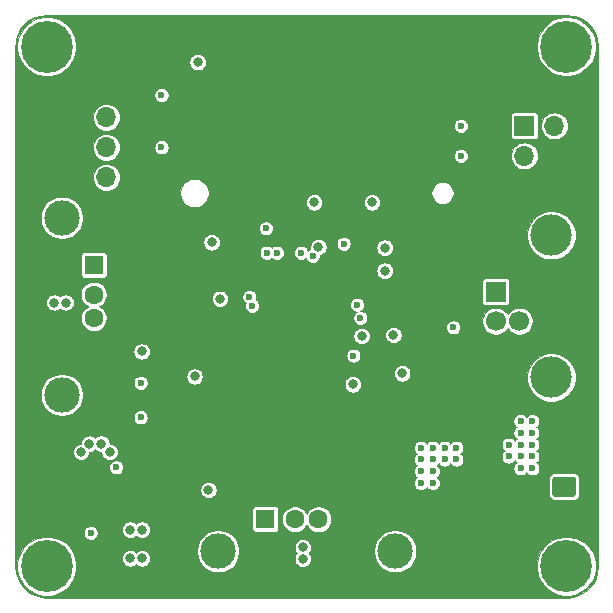
<source format=gbr>
G04 #@! TF.GenerationSoftware,KiCad,Pcbnew,(5.1.4-0-10_14)*
G04 #@! TF.CreationDate,2020-12-07T20:11:59-03:00*
G04 #@! TF.ProjectId,hub_usb_sd,6875625f-7573-4625-9f73-642e6b696361,1.0*
G04 #@! TF.SameCoordinates,Original*
G04 #@! TF.FileFunction,Copper,L3,Inr*
G04 #@! TF.FilePolarity,Positive*
%FSLAX46Y46*%
G04 Gerber Fmt 4.6, Leading zero omitted, Abs format (unit mm)*
G04 Created by KiCad (PCBNEW (5.1.4-0-10_14)) date 2020-12-07 20:11:59*
%MOMM*%
%LPD*%
G04 APERTURE LIST*
%ADD10C,0.600000*%
%ADD11R,1.700000X1.700000*%
%ADD12C,1.700000*%
%ADD13C,3.500000*%
%ADD14C,3.000000*%
%ADD15R,1.600000X1.600000*%
%ADD16C,1.600000*%
%ADD17O,2.000000X1.700000*%
%ADD18C,0.100000*%
%ADD19O,1.700000X1.700000*%
%ADD20C,0.700000*%
%ADD21C,4.400000*%
%ADD22C,0.800000*%
G04 APERTURE END LIST*
D10*
X146800000Y-93200000D03*
X145900000Y-93200000D03*
X145000000Y-93200000D03*
X144100000Y-93200000D03*
X143200000Y-93200000D03*
X146800000Y-94100000D03*
X145900000Y-94100000D03*
X145000000Y-94100000D03*
X144100000Y-94100000D03*
X143200000Y-94100000D03*
X146800000Y-95000000D03*
X145900000Y-95000000D03*
X145000000Y-95000000D03*
X144100000Y-95000000D03*
X143200000Y-95000000D03*
X146800000Y-95900000D03*
X145900000Y-95900000D03*
X145000000Y-95900000D03*
X144100000Y-95900000D03*
X143200000Y-95900000D03*
X146800000Y-96800000D03*
X145900000Y-96800000D03*
X145000000Y-96800000D03*
X144100000Y-96800000D03*
X143200000Y-96800000D03*
D11*
X161010000Y-93750000D03*
D12*
X161010000Y-96250000D03*
X163010000Y-96250000D03*
X163010000Y-93750000D03*
D13*
X165720000Y-88980000D03*
X165720000Y-101020000D03*
D14*
X124280000Y-102500000D03*
X124280000Y-87500000D03*
D15*
X126990000Y-91500000D03*
D16*
X126990000Y-94000000D03*
X126990000Y-96000000D03*
X126990000Y-98500000D03*
D17*
X166800000Y-107760000D03*
D18*
G36*
X167574504Y-109411204D02*
G01*
X167598773Y-109414804D01*
X167622571Y-109420765D01*
X167645671Y-109429030D01*
X167667849Y-109439520D01*
X167688893Y-109452133D01*
X167708598Y-109466747D01*
X167726777Y-109483223D01*
X167743253Y-109501402D01*
X167757867Y-109521107D01*
X167770480Y-109542151D01*
X167780970Y-109564329D01*
X167789235Y-109587429D01*
X167795196Y-109611227D01*
X167798796Y-109635496D01*
X167800000Y-109660000D01*
X167800000Y-110860000D01*
X167798796Y-110884504D01*
X167795196Y-110908773D01*
X167789235Y-110932571D01*
X167780970Y-110955671D01*
X167770480Y-110977849D01*
X167757867Y-110998893D01*
X167743253Y-111018598D01*
X167726777Y-111036777D01*
X167708598Y-111053253D01*
X167688893Y-111067867D01*
X167667849Y-111080480D01*
X167645671Y-111090970D01*
X167622571Y-111099235D01*
X167598773Y-111105196D01*
X167574504Y-111108796D01*
X167550000Y-111110000D01*
X166050000Y-111110000D01*
X166025496Y-111108796D01*
X166001227Y-111105196D01*
X165977429Y-111099235D01*
X165954329Y-111090970D01*
X165932151Y-111080480D01*
X165911107Y-111067867D01*
X165891402Y-111053253D01*
X165873223Y-111036777D01*
X165856747Y-111018598D01*
X165842133Y-110998893D01*
X165829520Y-110977849D01*
X165819030Y-110955671D01*
X165810765Y-110932571D01*
X165804804Y-110908773D01*
X165801204Y-110884504D01*
X165800000Y-110860000D01*
X165800000Y-109660000D01*
X165801204Y-109635496D01*
X165804804Y-109611227D01*
X165810765Y-109587429D01*
X165819030Y-109564329D01*
X165829520Y-109542151D01*
X165842133Y-109521107D01*
X165856747Y-109501402D01*
X165873223Y-109483223D01*
X165891402Y-109466747D01*
X165911107Y-109452133D01*
X165932151Y-109439520D01*
X165954329Y-109429030D01*
X165977429Y-109420765D01*
X166001227Y-109414804D01*
X166025496Y-109411204D01*
X166050000Y-109410000D01*
X167550000Y-109410000D01*
X167574504Y-109411204D01*
X167574504Y-109411204D01*
G37*
D12*
X166800000Y-110260000D03*
D11*
X128036000Y-76450000D03*
D19*
X128036000Y-78990000D03*
X128036000Y-81530000D03*
X128036000Y-84070000D03*
D20*
X124166726Y-71833274D03*
X123000000Y-71350000D03*
X121833274Y-71833274D03*
X121350000Y-73000000D03*
X121833274Y-74166726D03*
X123000000Y-74650000D03*
X124166726Y-74166726D03*
X124650000Y-73000000D03*
D21*
X123000000Y-73000000D03*
X123000000Y-117000000D03*
D20*
X124650000Y-117000000D03*
X124166726Y-118166726D03*
X123000000Y-118650000D03*
X121833274Y-118166726D03*
X121350000Y-117000000D03*
X121833274Y-115833274D03*
X123000000Y-115350000D03*
X124166726Y-115833274D03*
X168166726Y-71833274D03*
X167000000Y-71350000D03*
X165833274Y-71833274D03*
X165350000Y-73000000D03*
X165833274Y-74166726D03*
X167000000Y-74650000D03*
X168166726Y-74166726D03*
X168650000Y-73000000D03*
D21*
X167000000Y-73000000D03*
D20*
X168166726Y-115833274D03*
X167000000Y-115350000D03*
X165833274Y-115833274D03*
X165350000Y-117000000D03*
X165833274Y-118166726D03*
X167000000Y-118650000D03*
X168166726Y-118166726D03*
X168650000Y-117000000D03*
D21*
X167000000Y-117000000D03*
D14*
X152500000Y-115720000D03*
X137500000Y-115720000D03*
D15*
X141500000Y-113010000D03*
D16*
X144000000Y-113010000D03*
X146000000Y-113010000D03*
X148500000Y-113010000D03*
D11*
X163420000Y-79720000D03*
D19*
X165960000Y-79720000D03*
X163420000Y-82260000D03*
X165960000Y-82260000D03*
D22*
X141549250Y-86520500D03*
X135972930Y-91547000D03*
X146553505Y-99703452D03*
X149477000Y-93500000D03*
X153577000Y-90999000D03*
X153089000Y-102540500D03*
X150861500Y-101603000D03*
X151683000Y-88361000D03*
X147075785Y-83279000D03*
X133550000Y-84460000D03*
X131350000Y-73863000D03*
X141533000Y-107489000D03*
X147620000Y-110127000D03*
X152151000Y-110127000D03*
X140395000Y-103579000D03*
X142353000Y-103579000D03*
D10*
X138438000Y-103479000D03*
D22*
X136485000Y-102911000D03*
X130059500Y-110834000D03*
X131059500Y-110834000D03*
X153577000Y-92950000D03*
D10*
X158586000Y-91874000D03*
D22*
X149095142Y-83279000D03*
X158650000Y-84460000D03*
X158650000Y-73863000D03*
X140153000Y-92486500D03*
X142934000Y-80260000D03*
X139721000Y-74328000D03*
X129090000Y-92515000D03*
X133775000Y-109289000D03*
X139598750Y-86520500D03*
X143499250Y-86520500D03*
D10*
X156222000Y-99887000D03*
D22*
X152349000Y-95547000D03*
D10*
X159106000Y-114315000D03*
X160106000Y-114315000D03*
X158106000Y-114315000D03*
X161106000Y-114315000D03*
D22*
X125410000Y-111334000D03*
X125410000Y-110334000D03*
X126659000Y-117001500D03*
D10*
X121080000Y-114520000D03*
X168920000Y-114520000D03*
D22*
X167295000Y-92931000D03*
X167295000Y-97070000D03*
X141200000Y-117295000D03*
X148799000Y-117295000D03*
X122705000Y-91201000D03*
X122705000Y-98799000D03*
D10*
X158106000Y-113315000D03*
X161106000Y-113315000D03*
X161106000Y-112315000D03*
X160106000Y-112315000D03*
X159106000Y-112315000D03*
X158106000Y-112315000D03*
X160106000Y-113315000D03*
X159106000Y-113315000D03*
D22*
X135508500Y-100935500D03*
X151602000Y-90023500D03*
X152349000Y-97422000D03*
D10*
X157409000Y-96776000D03*
X158068000Y-79720000D03*
D22*
X146001000Y-89964000D03*
X148908500Y-101603000D03*
X153089000Y-100665500D03*
X151602000Y-91974500D03*
D10*
X158068000Y-82260000D03*
D22*
X137651000Y-94361500D03*
X136949430Y-89570665D03*
X135771000Y-74328000D03*
D10*
X132708000Y-77114000D03*
X163108000Y-108710000D03*
X164108000Y-108710000D03*
X164108000Y-107710000D03*
X163108000Y-106710000D03*
X164108000Y-106710000D03*
X164108000Y-105710000D03*
X164108000Y-104710000D03*
X162108000Y-106710000D03*
X163108000Y-107710000D03*
X162108000Y-107710000D03*
X163108000Y-105710000D03*
X163108000Y-104710000D03*
D22*
X144675500Y-116360500D03*
X144675500Y-115409500D03*
X127610000Y-106626894D03*
X128317106Y-107334000D03*
X130059500Y-113912000D03*
X131027500Y-98819000D03*
X136688500Y-110540000D03*
X131059500Y-113912000D03*
D10*
X155679500Y-106960500D03*
X154679500Y-106960500D03*
X154679500Y-107960500D03*
X156679500Y-107960500D03*
X156679500Y-106960500D03*
X157679500Y-106960500D03*
X157679500Y-107960500D03*
D22*
X130059500Y-116340000D03*
X131059500Y-116340000D03*
D10*
X155679500Y-107960500D03*
X154679500Y-108960500D03*
X155679500Y-108960500D03*
X154679500Y-109960500D03*
X155679500Y-109960500D03*
X148954000Y-99169513D03*
D22*
X123639500Y-94675500D03*
X124590500Y-94675500D03*
X126610000Y-106626894D03*
X125902894Y-107334000D03*
X149659213Y-97510000D03*
X145631428Y-86192000D03*
X150539500Y-86192000D03*
D10*
X141619632Y-90457000D03*
X142474000Y-90457000D03*
X144526000Y-90457000D03*
X145511351Y-90729990D03*
X148131430Y-89702000D03*
X141549250Y-88397500D03*
X149270010Y-94850000D03*
X149548800Y-95981200D03*
X132708000Y-81530000D03*
X126710000Y-114186182D03*
X128875686Y-108634000D03*
X140383000Y-94955005D03*
X130945502Y-104392502D03*
X140153000Y-94200010D03*
X130945502Y-101474000D03*
D18*
G36*
X167519275Y-70377474D02*
G01*
X168018770Y-70528281D01*
X168479459Y-70773233D01*
X168883797Y-71103002D01*
X169216384Y-71505031D01*
X169464548Y-71964001D01*
X169618837Y-72462427D01*
X169674986Y-72996657D01*
X169675001Y-73000846D01*
X169675000Y-116984104D01*
X169622526Y-117519274D01*
X169471719Y-118018770D01*
X169226768Y-118479458D01*
X168896995Y-118883799D01*
X168494970Y-119216383D01*
X168035997Y-119464548D01*
X167537575Y-119618836D01*
X167003342Y-119674986D01*
X166999441Y-119675000D01*
X123015896Y-119675000D01*
X122480726Y-119622526D01*
X121981230Y-119471719D01*
X121520542Y-119226768D01*
X121116201Y-118896995D01*
X120783617Y-118494970D01*
X120535452Y-118035997D01*
X120381164Y-117537575D01*
X120325014Y-117003342D01*
X120325000Y-116999441D01*
X120325000Y-116753772D01*
X120500000Y-116753772D01*
X120500000Y-117246228D01*
X120596074Y-117729223D01*
X120784529Y-118184194D01*
X121058124Y-118593657D01*
X121406343Y-118941876D01*
X121815806Y-119215471D01*
X122270777Y-119403926D01*
X122753772Y-119500000D01*
X123246228Y-119500000D01*
X123729223Y-119403926D01*
X124184194Y-119215471D01*
X124593657Y-118941876D01*
X124941876Y-118593657D01*
X125215471Y-118184194D01*
X125403926Y-117729223D01*
X125500000Y-117246228D01*
X125500000Y-116753772D01*
X125403982Y-116271056D01*
X129359500Y-116271056D01*
X129359500Y-116408944D01*
X129386401Y-116544182D01*
X129439168Y-116671574D01*
X129515774Y-116786224D01*
X129613276Y-116883726D01*
X129727926Y-116960332D01*
X129855318Y-117013099D01*
X129990556Y-117040000D01*
X130128444Y-117040000D01*
X130263682Y-117013099D01*
X130391074Y-116960332D01*
X130505724Y-116883726D01*
X130559500Y-116829950D01*
X130613276Y-116883726D01*
X130727926Y-116960332D01*
X130855318Y-117013099D01*
X130990556Y-117040000D01*
X131128444Y-117040000D01*
X131263682Y-117013099D01*
X131391074Y-116960332D01*
X131505724Y-116883726D01*
X131603226Y-116786224D01*
X131679832Y-116671574D01*
X131732599Y-116544182D01*
X131759500Y-116408944D01*
X131759500Y-116271056D01*
X131732599Y-116135818D01*
X131679832Y-116008426D01*
X131603226Y-115893776D01*
X131505724Y-115796274D01*
X131391074Y-115719668D01*
X131263682Y-115666901D01*
X131128444Y-115640000D01*
X130990556Y-115640000D01*
X130855318Y-115666901D01*
X130727926Y-115719668D01*
X130613276Y-115796274D01*
X130559500Y-115850050D01*
X130505724Y-115796274D01*
X130391074Y-115719668D01*
X130263682Y-115666901D01*
X130128444Y-115640000D01*
X129990556Y-115640000D01*
X129855318Y-115666901D01*
X129727926Y-115719668D01*
X129613276Y-115796274D01*
X129515774Y-115893776D01*
X129439168Y-116008426D01*
X129386401Y-116135818D01*
X129359500Y-116271056D01*
X125403982Y-116271056D01*
X125403926Y-116270777D01*
X125215471Y-115815806D01*
X125032998Y-115542716D01*
X135700000Y-115542716D01*
X135700000Y-115897284D01*
X135769173Y-116245041D01*
X135904861Y-116572620D01*
X136101849Y-116867433D01*
X136352567Y-117118151D01*
X136647380Y-117315139D01*
X136974959Y-117450827D01*
X137322716Y-117520000D01*
X137677284Y-117520000D01*
X138025041Y-117450827D01*
X138352620Y-117315139D01*
X138647433Y-117118151D01*
X138898151Y-116867433D01*
X139095139Y-116572620D01*
X139230827Y-116245041D01*
X139300000Y-115897284D01*
X139300000Y-115542716D01*
X139259788Y-115340556D01*
X143975500Y-115340556D01*
X143975500Y-115478444D01*
X144002401Y-115613682D01*
X144055168Y-115741074D01*
X144131774Y-115855724D01*
X144161050Y-115885000D01*
X144131774Y-115914276D01*
X144055168Y-116028926D01*
X144002401Y-116156318D01*
X143975500Y-116291556D01*
X143975500Y-116429444D01*
X144002401Y-116564682D01*
X144055168Y-116692074D01*
X144131774Y-116806724D01*
X144229276Y-116904226D01*
X144343926Y-116980832D01*
X144471318Y-117033599D01*
X144606556Y-117060500D01*
X144744444Y-117060500D01*
X144879682Y-117033599D01*
X145007074Y-116980832D01*
X145121724Y-116904226D01*
X145219226Y-116806724D01*
X145295832Y-116692074D01*
X145348599Y-116564682D01*
X145375500Y-116429444D01*
X145375500Y-116291556D01*
X145348599Y-116156318D01*
X145295832Y-116028926D01*
X145219226Y-115914276D01*
X145189950Y-115885000D01*
X145219226Y-115855724D01*
X145295832Y-115741074D01*
X145348599Y-115613682D01*
X145362715Y-115542716D01*
X150700000Y-115542716D01*
X150700000Y-115897284D01*
X150769173Y-116245041D01*
X150904861Y-116572620D01*
X151101849Y-116867433D01*
X151352567Y-117118151D01*
X151647380Y-117315139D01*
X151974959Y-117450827D01*
X152322716Y-117520000D01*
X152677284Y-117520000D01*
X153025041Y-117450827D01*
X153352620Y-117315139D01*
X153647433Y-117118151D01*
X153898151Y-116867433D01*
X153974096Y-116753772D01*
X164500000Y-116753772D01*
X164500000Y-117246228D01*
X164596074Y-117729223D01*
X164784529Y-118184194D01*
X165058124Y-118593657D01*
X165406343Y-118941876D01*
X165815806Y-119215471D01*
X166270777Y-119403926D01*
X166753772Y-119500000D01*
X167246228Y-119500000D01*
X167729223Y-119403926D01*
X168184194Y-119215471D01*
X168593657Y-118941876D01*
X168941876Y-118593657D01*
X169215471Y-118184194D01*
X169403926Y-117729223D01*
X169500000Y-117246228D01*
X169500000Y-116753772D01*
X169403926Y-116270777D01*
X169215471Y-115815806D01*
X168941876Y-115406343D01*
X168593657Y-115058124D01*
X168184194Y-114784529D01*
X167729223Y-114596074D01*
X167246228Y-114500000D01*
X166753772Y-114500000D01*
X166270777Y-114596074D01*
X165815806Y-114784529D01*
X165406343Y-115058124D01*
X165058124Y-115406343D01*
X164784529Y-115815806D01*
X164596074Y-116270777D01*
X164500000Y-116753772D01*
X153974096Y-116753772D01*
X154095139Y-116572620D01*
X154230827Y-116245041D01*
X154300000Y-115897284D01*
X154300000Y-115542716D01*
X154230827Y-115194959D01*
X154095139Y-114867380D01*
X153898151Y-114572567D01*
X153647433Y-114321849D01*
X153352620Y-114124861D01*
X153025041Y-113989173D01*
X152677284Y-113920000D01*
X152322716Y-113920000D01*
X151974959Y-113989173D01*
X151647380Y-114124861D01*
X151352567Y-114321849D01*
X151101849Y-114572567D01*
X150904861Y-114867380D01*
X150769173Y-115194959D01*
X150700000Y-115542716D01*
X145362715Y-115542716D01*
X145375500Y-115478444D01*
X145375500Y-115340556D01*
X145348599Y-115205318D01*
X145295832Y-115077926D01*
X145219226Y-114963276D01*
X145121724Y-114865774D01*
X145007074Y-114789168D01*
X144879682Y-114736401D01*
X144744444Y-114709500D01*
X144606556Y-114709500D01*
X144471318Y-114736401D01*
X144343926Y-114789168D01*
X144229276Y-114865774D01*
X144131774Y-114963276D01*
X144055168Y-115077926D01*
X144002401Y-115205318D01*
X143975500Y-115340556D01*
X139259788Y-115340556D01*
X139230827Y-115194959D01*
X139095139Y-114867380D01*
X138898151Y-114572567D01*
X138647433Y-114321849D01*
X138352620Y-114124861D01*
X138025041Y-113989173D01*
X137677284Y-113920000D01*
X137322716Y-113920000D01*
X136974959Y-113989173D01*
X136647380Y-114124861D01*
X136352567Y-114321849D01*
X136101849Y-114572567D01*
X135904861Y-114867380D01*
X135769173Y-115194959D01*
X135700000Y-115542716D01*
X125032998Y-115542716D01*
X124941876Y-115406343D01*
X124593657Y-115058124D01*
X124184194Y-114784529D01*
X123729223Y-114596074D01*
X123246228Y-114500000D01*
X122753772Y-114500000D01*
X122270777Y-114596074D01*
X121815806Y-114784529D01*
X121406343Y-115058124D01*
X121058124Y-115406343D01*
X120784529Y-115815806D01*
X120596074Y-116270777D01*
X120500000Y-116753772D01*
X120325000Y-116753772D01*
X120325000Y-114127087D01*
X126110000Y-114127087D01*
X126110000Y-114245277D01*
X126133058Y-114361196D01*
X126178287Y-114470389D01*
X126243950Y-114568660D01*
X126327522Y-114652232D01*
X126425793Y-114717895D01*
X126534986Y-114763124D01*
X126650905Y-114786182D01*
X126769095Y-114786182D01*
X126885014Y-114763124D01*
X126994207Y-114717895D01*
X127092478Y-114652232D01*
X127176050Y-114568660D01*
X127241713Y-114470389D01*
X127286942Y-114361196D01*
X127310000Y-114245277D01*
X127310000Y-114127087D01*
X127286942Y-114011168D01*
X127241713Y-113901975D01*
X127202345Y-113843056D01*
X129359500Y-113843056D01*
X129359500Y-113980944D01*
X129386401Y-114116182D01*
X129439168Y-114243574D01*
X129515774Y-114358224D01*
X129613276Y-114455726D01*
X129727926Y-114532332D01*
X129855318Y-114585099D01*
X129990556Y-114612000D01*
X130128444Y-114612000D01*
X130263682Y-114585099D01*
X130391074Y-114532332D01*
X130505724Y-114455726D01*
X130559500Y-114401950D01*
X130613276Y-114455726D01*
X130727926Y-114532332D01*
X130855318Y-114585099D01*
X130990556Y-114612000D01*
X131128444Y-114612000D01*
X131263682Y-114585099D01*
X131391074Y-114532332D01*
X131505724Y-114455726D01*
X131603226Y-114358224D01*
X131679832Y-114243574D01*
X131732599Y-114116182D01*
X131759500Y-113980944D01*
X131759500Y-113843056D01*
X131732599Y-113707818D01*
X131679832Y-113580426D01*
X131603226Y-113465776D01*
X131505724Y-113368274D01*
X131391074Y-113291668D01*
X131263682Y-113238901D01*
X131128444Y-113212000D01*
X130990556Y-113212000D01*
X130855318Y-113238901D01*
X130727926Y-113291668D01*
X130613276Y-113368274D01*
X130559500Y-113422050D01*
X130505724Y-113368274D01*
X130391074Y-113291668D01*
X130263682Y-113238901D01*
X130128444Y-113212000D01*
X129990556Y-113212000D01*
X129855318Y-113238901D01*
X129727926Y-113291668D01*
X129613276Y-113368274D01*
X129515774Y-113465776D01*
X129439168Y-113580426D01*
X129386401Y-113707818D01*
X129359500Y-113843056D01*
X127202345Y-113843056D01*
X127176050Y-113803704D01*
X127092478Y-113720132D01*
X126994207Y-113654469D01*
X126885014Y-113609240D01*
X126769095Y-113586182D01*
X126650905Y-113586182D01*
X126534986Y-113609240D01*
X126425793Y-113654469D01*
X126327522Y-113720132D01*
X126243950Y-113803704D01*
X126178287Y-113901975D01*
X126133058Y-114011168D01*
X126110000Y-114127087D01*
X120325000Y-114127087D01*
X120325000Y-112210000D01*
X140398549Y-112210000D01*
X140398549Y-113810000D01*
X140404341Y-113868810D01*
X140421496Y-113925360D01*
X140449353Y-113977477D01*
X140486842Y-114023158D01*
X140532523Y-114060647D01*
X140584640Y-114088504D01*
X140641190Y-114105659D01*
X140700000Y-114111451D01*
X142300000Y-114111451D01*
X142358810Y-114105659D01*
X142415360Y-114088504D01*
X142467477Y-114060647D01*
X142513158Y-114023158D01*
X142550647Y-113977477D01*
X142578504Y-113925360D01*
X142595659Y-113868810D01*
X142601451Y-113810000D01*
X142601451Y-112901659D01*
X142900000Y-112901659D01*
X142900000Y-113118341D01*
X142942273Y-113330858D01*
X143025193Y-113531045D01*
X143145575Y-113711209D01*
X143298791Y-113864425D01*
X143478955Y-113984807D01*
X143679142Y-114067727D01*
X143891659Y-114110000D01*
X144108341Y-114110000D01*
X144320858Y-114067727D01*
X144521045Y-113984807D01*
X144701209Y-113864425D01*
X144854425Y-113711209D01*
X144974807Y-113531045D01*
X145000000Y-113470224D01*
X145025193Y-113531045D01*
X145145575Y-113711209D01*
X145298791Y-113864425D01*
X145478955Y-113984807D01*
X145679142Y-114067727D01*
X145891659Y-114110000D01*
X146108341Y-114110000D01*
X146320858Y-114067727D01*
X146521045Y-113984807D01*
X146701209Y-113864425D01*
X146854425Y-113711209D01*
X146974807Y-113531045D01*
X147057727Y-113330858D01*
X147100000Y-113118341D01*
X147100000Y-112901659D01*
X147057727Y-112689142D01*
X146974807Y-112488955D01*
X146854425Y-112308791D01*
X146701209Y-112155575D01*
X146521045Y-112035193D01*
X146320858Y-111952273D01*
X146108341Y-111910000D01*
X145891659Y-111910000D01*
X145679142Y-111952273D01*
X145478955Y-112035193D01*
X145298791Y-112155575D01*
X145145575Y-112308791D01*
X145025193Y-112488955D01*
X145000000Y-112549776D01*
X144974807Y-112488955D01*
X144854425Y-112308791D01*
X144701209Y-112155575D01*
X144521045Y-112035193D01*
X144320858Y-111952273D01*
X144108341Y-111910000D01*
X143891659Y-111910000D01*
X143679142Y-111952273D01*
X143478955Y-112035193D01*
X143298791Y-112155575D01*
X143145575Y-112308791D01*
X143025193Y-112488955D01*
X142942273Y-112689142D01*
X142900000Y-112901659D01*
X142601451Y-112901659D01*
X142601451Y-112210000D01*
X142595659Y-112151190D01*
X142578504Y-112094640D01*
X142550647Y-112042523D01*
X142513158Y-111996842D01*
X142467477Y-111959353D01*
X142415360Y-111931496D01*
X142358810Y-111914341D01*
X142300000Y-111908549D01*
X140700000Y-111908549D01*
X140641190Y-111914341D01*
X140584640Y-111931496D01*
X140532523Y-111959353D01*
X140486842Y-111996842D01*
X140449353Y-112042523D01*
X140421496Y-112094640D01*
X140404341Y-112151190D01*
X140398549Y-112210000D01*
X120325000Y-112210000D01*
X120325000Y-110471056D01*
X135988500Y-110471056D01*
X135988500Y-110608944D01*
X136015401Y-110744182D01*
X136068168Y-110871574D01*
X136144774Y-110986224D01*
X136242276Y-111083726D01*
X136356926Y-111160332D01*
X136484318Y-111213099D01*
X136619556Y-111240000D01*
X136757444Y-111240000D01*
X136892682Y-111213099D01*
X137020074Y-111160332D01*
X137134724Y-111083726D01*
X137232226Y-110986224D01*
X137308832Y-110871574D01*
X137361599Y-110744182D01*
X137388500Y-110608944D01*
X137388500Y-110471056D01*
X137361599Y-110335818D01*
X137308832Y-110208426D01*
X137232226Y-110093776D01*
X137134724Y-109996274D01*
X137020074Y-109919668D01*
X136892682Y-109866901D01*
X136757444Y-109840000D01*
X136619556Y-109840000D01*
X136484318Y-109866901D01*
X136356926Y-109919668D01*
X136242276Y-109996274D01*
X136144774Y-110093776D01*
X136068168Y-110208426D01*
X136015401Y-110335818D01*
X135988500Y-110471056D01*
X120325000Y-110471056D01*
X120325000Y-108574905D01*
X128275686Y-108574905D01*
X128275686Y-108693095D01*
X128298744Y-108809014D01*
X128343973Y-108918207D01*
X128409636Y-109016478D01*
X128493208Y-109100050D01*
X128591479Y-109165713D01*
X128700672Y-109210942D01*
X128816591Y-109234000D01*
X128934781Y-109234000D01*
X129050700Y-109210942D01*
X129159893Y-109165713D01*
X129258164Y-109100050D01*
X129341736Y-109016478D01*
X129407399Y-108918207D01*
X129452628Y-108809014D01*
X129475686Y-108693095D01*
X129475686Y-108574905D01*
X129452628Y-108458986D01*
X129407399Y-108349793D01*
X129341736Y-108251522D01*
X129258164Y-108167950D01*
X129159893Y-108102287D01*
X129050700Y-108057058D01*
X128934781Y-108034000D01*
X128816591Y-108034000D01*
X128700672Y-108057058D01*
X128591479Y-108102287D01*
X128493208Y-108167950D01*
X128409636Y-108251522D01*
X128343973Y-108349793D01*
X128298744Y-108458986D01*
X128275686Y-108574905D01*
X120325000Y-108574905D01*
X120325000Y-107265056D01*
X125202894Y-107265056D01*
X125202894Y-107402944D01*
X125229795Y-107538182D01*
X125282562Y-107665574D01*
X125359168Y-107780224D01*
X125456670Y-107877726D01*
X125571320Y-107954332D01*
X125698712Y-108007099D01*
X125833950Y-108034000D01*
X125971838Y-108034000D01*
X126107076Y-108007099D01*
X126234468Y-107954332D01*
X126349118Y-107877726D01*
X126446620Y-107780224D01*
X126523226Y-107665574D01*
X126575993Y-107538182D01*
X126602894Y-107402944D01*
X126602894Y-107326894D01*
X126678944Y-107326894D01*
X126814182Y-107299993D01*
X126941574Y-107247226D01*
X127056224Y-107170620D01*
X127110000Y-107116844D01*
X127163776Y-107170620D01*
X127278426Y-107247226D01*
X127405818Y-107299993D01*
X127541056Y-107326894D01*
X127617106Y-107326894D01*
X127617106Y-107402944D01*
X127644007Y-107538182D01*
X127696774Y-107665574D01*
X127773380Y-107780224D01*
X127870882Y-107877726D01*
X127985532Y-107954332D01*
X128112924Y-108007099D01*
X128248162Y-108034000D01*
X128386050Y-108034000D01*
X128521288Y-108007099D01*
X128648680Y-107954332D01*
X128763330Y-107877726D01*
X128860832Y-107780224D01*
X128937438Y-107665574D01*
X128990205Y-107538182D01*
X129017106Y-107402944D01*
X129017106Y-107265056D01*
X128990205Y-107129818D01*
X128937438Y-107002426D01*
X128869939Y-106901405D01*
X154079500Y-106901405D01*
X154079500Y-107019595D01*
X154102558Y-107135514D01*
X154147787Y-107244707D01*
X154213450Y-107342978D01*
X154297022Y-107426550D01*
X154347831Y-107460500D01*
X154297022Y-107494450D01*
X154213450Y-107578022D01*
X154147787Y-107676293D01*
X154102558Y-107785486D01*
X154079500Y-107901405D01*
X154079500Y-108019595D01*
X154102558Y-108135514D01*
X154147787Y-108244707D01*
X154213450Y-108342978D01*
X154297022Y-108426550D01*
X154347831Y-108460500D01*
X154297022Y-108494450D01*
X154213450Y-108578022D01*
X154147787Y-108676293D01*
X154102558Y-108785486D01*
X154079500Y-108901405D01*
X154079500Y-109019595D01*
X154102558Y-109135514D01*
X154147787Y-109244707D01*
X154213450Y-109342978D01*
X154297022Y-109426550D01*
X154347831Y-109460500D01*
X154297022Y-109494450D01*
X154213450Y-109578022D01*
X154147787Y-109676293D01*
X154102558Y-109785486D01*
X154079500Y-109901405D01*
X154079500Y-110019595D01*
X154102558Y-110135514D01*
X154147787Y-110244707D01*
X154213450Y-110342978D01*
X154297022Y-110426550D01*
X154395293Y-110492213D01*
X154504486Y-110537442D01*
X154620405Y-110560500D01*
X154738595Y-110560500D01*
X154854514Y-110537442D01*
X154963707Y-110492213D01*
X155061978Y-110426550D01*
X155145550Y-110342978D01*
X155179500Y-110292169D01*
X155213450Y-110342978D01*
X155297022Y-110426550D01*
X155395293Y-110492213D01*
X155504486Y-110537442D01*
X155620405Y-110560500D01*
X155738595Y-110560500D01*
X155854514Y-110537442D01*
X155963707Y-110492213D01*
X156061978Y-110426550D01*
X156145550Y-110342978D01*
X156211213Y-110244707D01*
X156256442Y-110135514D01*
X156279500Y-110019595D01*
X156279500Y-109901405D01*
X156256442Y-109785486D01*
X156211213Y-109676293D01*
X156200327Y-109660000D01*
X165498549Y-109660000D01*
X165498549Y-110860000D01*
X165509145Y-110967583D01*
X165540526Y-111071031D01*
X165591485Y-111166370D01*
X165660065Y-111249935D01*
X165743630Y-111318515D01*
X165838969Y-111369474D01*
X165942417Y-111400855D01*
X166050000Y-111411451D01*
X167550000Y-111411451D01*
X167657583Y-111400855D01*
X167761031Y-111369474D01*
X167856370Y-111318515D01*
X167939935Y-111249935D01*
X168008515Y-111166370D01*
X168059474Y-111071031D01*
X168090855Y-110967583D01*
X168101451Y-110860000D01*
X168101451Y-109660000D01*
X168090855Y-109552417D01*
X168059474Y-109448969D01*
X168008515Y-109353630D01*
X167939935Y-109270065D01*
X167856370Y-109201485D01*
X167761031Y-109150526D01*
X167657583Y-109119145D01*
X167550000Y-109108549D01*
X166050000Y-109108549D01*
X165942417Y-109119145D01*
X165838969Y-109150526D01*
X165743630Y-109201485D01*
X165660065Y-109270065D01*
X165591485Y-109353630D01*
X165540526Y-109448969D01*
X165509145Y-109552417D01*
X165498549Y-109660000D01*
X156200327Y-109660000D01*
X156145550Y-109578022D01*
X156061978Y-109494450D01*
X156011169Y-109460500D01*
X156061978Y-109426550D01*
X156145550Y-109342978D01*
X156211213Y-109244707D01*
X156256442Y-109135514D01*
X156279500Y-109019595D01*
X156279500Y-108901405D01*
X156256442Y-108785486D01*
X156211213Y-108676293D01*
X156145550Y-108578022D01*
X156061978Y-108494450D01*
X156011169Y-108460500D01*
X156061978Y-108426550D01*
X156145550Y-108342978D01*
X156179500Y-108292169D01*
X156213450Y-108342978D01*
X156297022Y-108426550D01*
X156395293Y-108492213D01*
X156504486Y-108537442D01*
X156620405Y-108560500D01*
X156738595Y-108560500D01*
X156854514Y-108537442D01*
X156963707Y-108492213D01*
X157061978Y-108426550D01*
X157145550Y-108342978D01*
X157179500Y-108292169D01*
X157213450Y-108342978D01*
X157297022Y-108426550D01*
X157395293Y-108492213D01*
X157504486Y-108537442D01*
X157620405Y-108560500D01*
X157738595Y-108560500D01*
X157854514Y-108537442D01*
X157963707Y-108492213D01*
X158061978Y-108426550D01*
X158145550Y-108342978D01*
X158211213Y-108244707D01*
X158256442Y-108135514D01*
X158279500Y-108019595D01*
X158279500Y-107901405D01*
X158256442Y-107785486D01*
X158211213Y-107676293D01*
X158145550Y-107578022D01*
X158061978Y-107494450D01*
X158011169Y-107460500D01*
X158061978Y-107426550D01*
X158145550Y-107342978D01*
X158211213Y-107244707D01*
X158256442Y-107135514D01*
X158279500Y-107019595D01*
X158279500Y-106901405D01*
X158256442Y-106785486D01*
X158211213Y-106676293D01*
X158194250Y-106650905D01*
X161508000Y-106650905D01*
X161508000Y-106769095D01*
X161531058Y-106885014D01*
X161576287Y-106994207D01*
X161641950Y-107092478D01*
X161725522Y-107176050D01*
X161776331Y-107210000D01*
X161725522Y-107243950D01*
X161641950Y-107327522D01*
X161576287Y-107425793D01*
X161531058Y-107534986D01*
X161508000Y-107650905D01*
X161508000Y-107769095D01*
X161531058Y-107885014D01*
X161576287Y-107994207D01*
X161641950Y-108092478D01*
X161725522Y-108176050D01*
X161823793Y-108241713D01*
X161932986Y-108286942D01*
X162048905Y-108310000D01*
X162167095Y-108310000D01*
X162283014Y-108286942D01*
X162392207Y-108241713D01*
X162490478Y-108176050D01*
X162574050Y-108092478D01*
X162608000Y-108041669D01*
X162641950Y-108092478D01*
X162725522Y-108176050D01*
X162776331Y-108210000D01*
X162725522Y-108243950D01*
X162641950Y-108327522D01*
X162576287Y-108425793D01*
X162531058Y-108534986D01*
X162508000Y-108650905D01*
X162508000Y-108769095D01*
X162531058Y-108885014D01*
X162576287Y-108994207D01*
X162641950Y-109092478D01*
X162725522Y-109176050D01*
X162823793Y-109241713D01*
X162932986Y-109286942D01*
X163048905Y-109310000D01*
X163167095Y-109310000D01*
X163283014Y-109286942D01*
X163392207Y-109241713D01*
X163490478Y-109176050D01*
X163574050Y-109092478D01*
X163608000Y-109041669D01*
X163641950Y-109092478D01*
X163725522Y-109176050D01*
X163823793Y-109241713D01*
X163932986Y-109286942D01*
X164048905Y-109310000D01*
X164167095Y-109310000D01*
X164283014Y-109286942D01*
X164392207Y-109241713D01*
X164490478Y-109176050D01*
X164574050Y-109092478D01*
X164639713Y-108994207D01*
X164684942Y-108885014D01*
X164708000Y-108769095D01*
X164708000Y-108650905D01*
X164684942Y-108534986D01*
X164639713Y-108425793D01*
X164574050Y-108327522D01*
X164490478Y-108243950D01*
X164439669Y-108210000D01*
X164490478Y-108176050D01*
X164574050Y-108092478D01*
X164639713Y-107994207D01*
X164684942Y-107885014D01*
X164708000Y-107769095D01*
X164708000Y-107650905D01*
X164684942Y-107534986D01*
X164639713Y-107425793D01*
X164574050Y-107327522D01*
X164490478Y-107243950D01*
X164439669Y-107210000D01*
X164490478Y-107176050D01*
X164574050Y-107092478D01*
X164639713Y-106994207D01*
X164684942Y-106885014D01*
X164708000Y-106769095D01*
X164708000Y-106650905D01*
X164684942Y-106534986D01*
X164639713Y-106425793D01*
X164574050Y-106327522D01*
X164490478Y-106243950D01*
X164439669Y-106210000D01*
X164490478Y-106176050D01*
X164574050Y-106092478D01*
X164639713Y-105994207D01*
X164684942Y-105885014D01*
X164708000Y-105769095D01*
X164708000Y-105650905D01*
X164684942Y-105534986D01*
X164639713Y-105425793D01*
X164574050Y-105327522D01*
X164490478Y-105243950D01*
X164439669Y-105210000D01*
X164490478Y-105176050D01*
X164574050Y-105092478D01*
X164639713Y-104994207D01*
X164684942Y-104885014D01*
X164708000Y-104769095D01*
X164708000Y-104650905D01*
X164684942Y-104534986D01*
X164639713Y-104425793D01*
X164574050Y-104327522D01*
X164490478Y-104243950D01*
X164392207Y-104178287D01*
X164283014Y-104133058D01*
X164167095Y-104110000D01*
X164048905Y-104110000D01*
X163932986Y-104133058D01*
X163823793Y-104178287D01*
X163725522Y-104243950D01*
X163641950Y-104327522D01*
X163608000Y-104378331D01*
X163574050Y-104327522D01*
X163490478Y-104243950D01*
X163392207Y-104178287D01*
X163283014Y-104133058D01*
X163167095Y-104110000D01*
X163048905Y-104110000D01*
X162932986Y-104133058D01*
X162823793Y-104178287D01*
X162725522Y-104243950D01*
X162641950Y-104327522D01*
X162576287Y-104425793D01*
X162531058Y-104534986D01*
X162508000Y-104650905D01*
X162508000Y-104769095D01*
X162531058Y-104885014D01*
X162576287Y-104994207D01*
X162641950Y-105092478D01*
X162725522Y-105176050D01*
X162776331Y-105210000D01*
X162725522Y-105243950D01*
X162641950Y-105327522D01*
X162576287Y-105425793D01*
X162531058Y-105534986D01*
X162508000Y-105650905D01*
X162508000Y-105769095D01*
X162531058Y-105885014D01*
X162576287Y-105994207D01*
X162641950Y-106092478D01*
X162725522Y-106176050D01*
X162776331Y-106210000D01*
X162725522Y-106243950D01*
X162641950Y-106327522D01*
X162608000Y-106378331D01*
X162574050Y-106327522D01*
X162490478Y-106243950D01*
X162392207Y-106178287D01*
X162283014Y-106133058D01*
X162167095Y-106110000D01*
X162048905Y-106110000D01*
X161932986Y-106133058D01*
X161823793Y-106178287D01*
X161725522Y-106243950D01*
X161641950Y-106327522D01*
X161576287Y-106425793D01*
X161531058Y-106534986D01*
X161508000Y-106650905D01*
X158194250Y-106650905D01*
X158145550Y-106578022D01*
X158061978Y-106494450D01*
X157963707Y-106428787D01*
X157854514Y-106383558D01*
X157738595Y-106360500D01*
X157620405Y-106360500D01*
X157504486Y-106383558D01*
X157395293Y-106428787D01*
X157297022Y-106494450D01*
X157213450Y-106578022D01*
X157179500Y-106628831D01*
X157145550Y-106578022D01*
X157061978Y-106494450D01*
X156963707Y-106428787D01*
X156854514Y-106383558D01*
X156738595Y-106360500D01*
X156620405Y-106360500D01*
X156504486Y-106383558D01*
X156395293Y-106428787D01*
X156297022Y-106494450D01*
X156213450Y-106578022D01*
X156179500Y-106628831D01*
X156145550Y-106578022D01*
X156061978Y-106494450D01*
X155963707Y-106428787D01*
X155854514Y-106383558D01*
X155738595Y-106360500D01*
X155620405Y-106360500D01*
X155504486Y-106383558D01*
X155395293Y-106428787D01*
X155297022Y-106494450D01*
X155213450Y-106578022D01*
X155179500Y-106628831D01*
X155145550Y-106578022D01*
X155061978Y-106494450D01*
X154963707Y-106428787D01*
X154854514Y-106383558D01*
X154738595Y-106360500D01*
X154620405Y-106360500D01*
X154504486Y-106383558D01*
X154395293Y-106428787D01*
X154297022Y-106494450D01*
X154213450Y-106578022D01*
X154147787Y-106676293D01*
X154102558Y-106785486D01*
X154079500Y-106901405D01*
X128869939Y-106901405D01*
X128860832Y-106887776D01*
X128763330Y-106790274D01*
X128648680Y-106713668D01*
X128521288Y-106660901D01*
X128386050Y-106634000D01*
X128310000Y-106634000D01*
X128310000Y-106557950D01*
X128283099Y-106422712D01*
X128230332Y-106295320D01*
X128153726Y-106180670D01*
X128056224Y-106083168D01*
X127941574Y-106006562D01*
X127814182Y-105953795D01*
X127678944Y-105926894D01*
X127541056Y-105926894D01*
X127405818Y-105953795D01*
X127278426Y-106006562D01*
X127163776Y-106083168D01*
X127110000Y-106136944D01*
X127056224Y-106083168D01*
X126941574Y-106006562D01*
X126814182Y-105953795D01*
X126678944Y-105926894D01*
X126541056Y-105926894D01*
X126405818Y-105953795D01*
X126278426Y-106006562D01*
X126163776Y-106083168D01*
X126066274Y-106180670D01*
X125989668Y-106295320D01*
X125936901Y-106422712D01*
X125910000Y-106557950D01*
X125910000Y-106634000D01*
X125833950Y-106634000D01*
X125698712Y-106660901D01*
X125571320Y-106713668D01*
X125456670Y-106790274D01*
X125359168Y-106887776D01*
X125282562Y-107002426D01*
X125229795Y-107129818D01*
X125202894Y-107265056D01*
X120325000Y-107265056D01*
X120325000Y-104333407D01*
X130345502Y-104333407D01*
X130345502Y-104451597D01*
X130368560Y-104567516D01*
X130413789Y-104676709D01*
X130479452Y-104774980D01*
X130563024Y-104858552D01*
X130661295Y-104924215D01*
X130770488Y-104969444D01*
X130886407Y-104992502D01*
X131004597Y-104992502D01*
X131120516Y-104969444D01*
X131229709Y-104924215D01*
X131327980Y-104858552D01*
X131411552Y-104774980D01*
X131477215Y-104676709D01*
X131522444Y-104567516D01*
X131545502Y-104451597D01*
X131545502Y-104333407D01*
X131522444Y-104217488D01*
X131477215Y-104108295D01*
X131411552Y-104010024D01*
X131327980Y-103926452D01*
X131229709Y-103860789D01*
X131120516Y-103815560D01*
X131004597Y-103792502D01*
X130886407Y-103792502D01*
X130770488Y-103815560D01*
X130661295Y-103860789D01*
X130563024Y-103926452D01*
X130479452Y-104010024D01*
X130413789Y-104108295D01*
X130368560Y-104217488D01*
X130345502Y-104333407D01*
X120325000Y-104333407D01*
X120325000Y-102322716D01*
X122480000Y-102322716D01*
X122480000Y-102677284D01*
X122549173Y-103025041D01*
X122684861Y-103352620D01*
X122881849Y-103647433D01*
X123132567Y-103898151D01*
X123427380Y-104095139D01*
X123754959Y-104230827D01*
X124102716Y-104300000D01*
X124457284Y-104300000D01*
X124805041Y-104230827D01*
X125132620Y-104095139D01*
X125427433Y-103898151D01*
X125678151Y-103647433D01*
X125875139Y-103352620D01*
X126010827Y-103025041D01*
X126080000Y-102677284D01*
X126080000Y-102322716D01*
X126010827Y-101974959D01*
X125875139Y-101647380D01*
X125719804Y-101414905D01*
X130345502Y-101414905D01*
X130345502Y-101533095D01*
X130368560Y-101649014D01*
X130413789Y-101758207D01*
X130479452Y-101856478D01*
X130563024Y-101940050D01*
X130661295Y-102005713D01*
X130770488Y-102050942D01*
X130886407Y-102074000D01*
X131004597Y-102074000D01*
X131120516Y-102050942D01*
X131229709Y-102005713D01*
X131327980Y-101940050D01*
X131411552Y-101856478D01*
X131477215Y-101758207D01*
X131522444Y-101649014D01*
X131545502Y-101533095D01*
X131545502Y-101414905D01*
X131522444Y-101298986D01*
X131477215Y-101189793D01*
X131411552Y-101091522D01*
X131327980Y-101007950D01*
X131229709Y-100942287D01*
X131120516Y-100897058D01*
X131004597Y-100874000D01*
X130886407Y-100874000D01*
X130770488Y-100897058D01*
X130661295Y-100942287D01*
X130563024Y-101007950D01*
X130479452Y-101091522D01*
X130413789Y-101189793D01*
X130368560Y-101298986D01*
X130345502Y-101414905D01*
X125719804Y-101414905D01*
X125678151Y-101352567D01*
X125427433Y-101101849D01*
X125132620Y-100904861D01*
X125040144Y-100866556D01*
X134808500Y-100866556D01*
X134808500Y-101004444D01*
X134835401Y-101139682D01*
X134888168Y-101267074D01*
X134964774Y-101381724D01*
X135062276Y-101479226D01*
X135176926Y-101555832D01*
X135304318Y-101608599D01*
X135439556Y-101635500D01*
X135577444Y-101635500D01*
X135712682Y-101608599D01*
X135840074Y-101555832D01*
X135872664Y-101534056D01*
X148208500Y-101534056D01*
X148208500Y-101671944D01*
X148235401Y-101807182D01*
X148288168Y-101934574D01*
X148364774Y-102049224D01*
X148462276Y-102146726D01*
X148576926Y-102223332D01*
X148704318Y-102276099D01*
X148839556Y-102303000D01*
X148977444Y-102303000D01*
X149112682Y-102276099D01*
X149240074Y-102223332D01*
X149354724Y-102146726D01*
X149452226Y-102049224D01*
X149528832Y-101934574D01*
X149581599Y-101807182D01*
X149608500Y-101671944D01*
X149608500Y-101534056D01*
X149581599Y-101398818D01*
X149528832Y-101271426D01*
X149452226Y-101156776D01*
X149354724Y-101059274D01*
X149240074Y-100982668D01*
X149112682Y-100929901D01*
X148977444Y-100903000D01*
X148839556Y-100903000D01*
X148704318Y-100929901D01*
X148576926Y-100982668D01*
X148462276Y-101059274D01*
X148364774Y-101156776D01*
X148288168Y-101271426D01*
X148235401Y-101398818D01*
X148208500Y-101534056D01*
X135872664Y-101534056D01*
X135954724Y-101479226D01*
X136052226Y-101381724D01*
X136128832Y-101267074D01*
X136181599Y-101139682D01*
X136208500Y-101004444D01*
X136208500Y-100866556D01*
X136181599Y-100731318D01*
X136128832Y-100603926D01*
X136123908Y-100596556D01*
X152389000Y-100596556D01*
X152389000Y-100734444D01*
X152415901Y-100869682D01*
X152468668Y-100997074D01*
X152545274Y-101111724D01*
X152642776Y-101209226D01*
X152757426Y-101285832D01*
X152884818Y-101338599D01*
X153020056Y-101365500D01*
X153157944Y-101365500D01*
X153293182Y-101338599D01*
X153420574Y-101285832D01*
X153535224Y-101209226D01*
X153632726Y-101111724D01*
X153709332Y-100997074D01*
X153762099Y-100869682D01*
X153772360Y-100818093D01*
X163670000Y-100818093D01*
X163670000Y-101221907D01*
X163748780Y-101617963D01*
X163903314Y-101991039D01*
X164127661Y-102326799D01*
X164413201Y-102612339D01*
X164748961Y-102836686D01*
X165122037Y-102991220D01*
X165518093Y-103070000D01*
X165921907Y-103070000D01*
X166317963Y-102991220D01*
X166691039Y-102836686D01*
X167026799Y-102612339D01*
X167312339Y-102326799D01*
X167536686Y-101991039D01*
X167691220Y-101617963D01*
X167770000Y-101221907D01*
X167770000Y-100818093D01*
X167691220Y-100422037D01*
X167536686Y-100048961D01*
X167312339Y-99713201D01*
X167026799Y-99427661D01*
X166691039Y-99203314D01*
X166317963Y-99048780D01*
X165921907Y-98970000D01*
X165518093Y-98970000D01*
X165122037Y-99048780D01*
X164748961Y-99203314D01*
X164413201Y-99427661D01*
X164127661Y-99713201D01*
X163903314Y-100048961D01*
X163748780Y-100422037D01*
X163670000Y-100818093D01*
X153772360Y-100818093D01*
X153789000Y-100734444D01*
X153789000Y-100596556D01*
X153762099Y-100461318D01*
X153709332Y-100333926D01*
X153632726Y-100219276D01*
X153535224Y-100121774D01*
X153420574Y-100045168D01*
X153293182Y-99992401D01*
X153157944Y-99965500D01*
X153020056Y-99965500D01*
X152884818Y-99992401D01*
X152757426Y-100045168D01*
X152642776Y-100121774D01*
X152545274Y-100219276D01*
X152468668Y-100333926D01*
X152415901Y-100461318D01*
X152389000Y-100596556D01*
X136123908Y-100596556D01*
X136052226Y-100489276D01*
X135954724Y-100391774D01*
X135840074Y-100315168D01*
X135712682Y-100262401D01*
X135577444Y-100235500D01*
X135439556Y-100235500D01*
X135304318Y-100262401D01*
X135176926Y-100315168D01*
X135062276Y-100391774D01*
X134964774Y-100489276D01*
X134888168Y-100603926D01*
X134835401Y-100731318D01*
X134808500Y-100866556D01*
X125040144Y-100866556D01*
X124805041Y-100769173D01*
X124457284Y-100700000D01*
X124102716Y-100700000D01*
X123754959Y-100769173D01*
X123427380Y-100904861D01*
X123132567Y-101101849D01*
X122881849Y-101352567D01*
X122684861Y-101647380D01*
X122549173Y-101974959D01*
X122480000Y-102322716D01*
X120325000Y-102322716D01*
X120325000Y-98750056D01*
X130327500Y-98750056D01*
X130327500Y-98887944D01*
X130354401Y-99023182D01*
X130407168Y-99150574D01*
X130483774Y-99265224D01*
X130581276Y-99362726D01*
X130695926Y-99439332D01*
X130823318Y-99492099D01*
X130958556Y-99519000D01*
X131096444Y-99519000D01*
X131231682Y-99492099D01*
X131359074Y-99439332D01*
X131473724Y-99362726D01*
X131571226Y-99265224D01*
X131647832Y-99150574D01*
X131664465Y-99110418D01*
X148354000Y-99110418D01*
X148354000Y-99228608D01*
X148377058Y-99344527D01*
X148422287Y-99453720D01*
X148487950Y-99551991D01*
X148571522Y-99635563D01*
X148669793Y-99701226D01*
X148778986Y-99746455D01*
X148894905Y-99769513D01*
X149013095Y-99769513D01*
X149129014Y-99746455D01*
X149238207Y-99701226D01*
X149336478Y-99635563D01*
X149420050Y-99551991D01*
X149485713Y-99453720D01*
X149530942Y-99344527D01*
X149554000Y-99228608D01*
X149554000Y-99110418D01*
X149530942Y-98994499D01*
X149485713Y-98885306D01*
X149420050Y-98787035D01*
X149336478Y-98703463D01*
X149238207Y-98637800D01*
X149129014Y-98592571D01*
X149013095Y-98569513D01*
X148894905Y-98569513D01*
X148778986Y-98592571D01*
X148669793Y-98637800D01*
X148571522Y-98703463D01*
X148487950Y-98787035D01*
X148422287Y-98885306D01*
X148377058Y-98994499D01*
X148354000Y-99110418D01*
X131664465Y-99110418D01*
X131700599Y-99023182D01*
X131727500Y-98887944D01*
X131727500Y-98750056D01*
X131700599Y-98614818D01*
X131647832Y-98487426D01*
X131571226Y-98372776D01*
X131473724Y-98275274D01*
X131359074Y-98198668D01*
X131231682Y-98145901D01*
X131096444Y-98119000D01*
X130958556Y-98119000D01*
X130823318Y-98145901D01*
X130695926Y-98198668D01*
X130581276Y-98275274D01*
X130483774Y-98372776D01*
X130407168Y-98487426D01*
X130354401Y-98614818D01*
X130327500Y-98750056D01*
X120325000Y-98750056D01*
X120325000Y-97441056D01*
X148959213Y-97441056D01*
X148959213Y-97578944D01*
X148986114Y-97714182D01*
X149038881Y-97841574D01*
X149115487Y-97956224D01*
X149212989Y-98053726D01*
X149327639Y-98130332D01*
X149455031Y-98183099D01*
X149590269Y-98210000D01*
X149728157Y-98210000D01*
X149863395Y-98183099D01*
X149990787Y-98130332D01*
X150105437Y-98053726D01*
X150202939Y-97956224D01*
X150279545Y-97841574D01*
X150332312Y-97714182D01*
X150359213Y-97578944D01*
X150359213Y-97441056D01*
X150341709Y-97353056D01*
X151649000Y-97353056D01*
X151649000Y-97490944D01*
X151675901Y-97626182D01*
X151728668Y-97753574D01*
X151805274Y-97868224D01*
X151902776Y-97965726D01*
X152017426Y-98042332D01*
X152144818Y-98095099D01*
X152280056Y-98122000D01*
X152417944Y-98122000D01*
X152553182Y-98095099D01*
X152680574Y-98042332D01*
X152795224Y-97965726D01*
X152892726Y-97868224D01*
X152969332Y-97753574D01*
X153022099Y-97626182D01*
X153049000Y-97490944D01*
X153049000Y-97353056D01*
X153022099Y-97217818D01*
X152969332Y-97090426D01*
X152892726Y-96975776D01*
X152795224Y-96878274D01*
X152680574Y-96801668D01*
X152553182Y-96748901D01*
X152417944Y-96722000D01*
X152280056Y-96722000D01*
X152144818Y-96748901D01*
X152017426Y-96801668D01*
X151902776Y-96878274D01*
X151805274Y-96975776D01*
X151728668Y-97090426D01*
X151675901Y-97217818D01*
X151649000Y-97353056D01*
X150341709Y-97353056D01*
X150332312Y-97305818D01*
X150279545Y-97178426D01*
X150202939Y-97063776D01*
X150105437Y-96966274D01*
X149990787Y-96889668D01*
X149863395Y-96836901D01*
X149728157Y-96810000D01*
X149590269Y-96810000D01*
X149455031Y-96836901D01*
X149327639Y-96889668D01*
X149212989Y-96966274D01*
X149115487Y-97063776D01*
X149038881Y-97178426D01*
X148986114Y-97305818D01*
X148959213Y-97441056D01*
X120325000Y-97441056D01*
X120325000Y-94606556D01*
X122939500Y-94606556D01*
X122939500Y-94744444D01*
X122966401Y-94879682D01*
X123019168Y-95007074D01*
X123095774Y-95121724D01*
X123193276Y-95219226D01*
X123307926Y-95295832D01*
X123435318Y-95348599D01*
X123570556Y-95375500D01*
X123708444Y-95375500D01*
X123843682Y-95348599D01*
X123971074Y-95295832D01*
X124085724Y-95219226D01*
X124115000Y-95189950D01*
X124144276Y-95219226D01*
X124258926Y-95295832D01*
X124386318Y-95348599D01*
X124521556Y-95375500D01*
X124659444Y-95375500D01*
X124794682Y-95348599D01*
X124922074Y-95295832D01*
X125036724Y-95219226D01*
X125134226Y-95121724D01*
X125210832Y-95007074D01*
X125263599Y-94879682D01*
X125290500Y-94744444D01*
X125290500Y-94606556D01*
X125263599Y-94471318D01*
X125210832Y-94343926D01*
X125134226Y-94229276D01*
X125036724Y-94131774D01*
X124922074Y-94055168D01*
X124794682Y-94002401D01*
X124659444Y-93975500D01*
X124521556Y-93975500D01*
X124386318Y-94002401D01*
X124258926Y-94055168D01*
X124144276Y-94131774D01*
X124115000Y-94161050D01*
X124085724Y-94131774D01*
X123971074Y-94055168D01*
X123843682Y-94002401D01*
X123708444Y-93975500D01*
X123570556Y-93975500D01*
X123435318Y-94002401D01*
X123307926Y-94055168D01*
X123193276Y-94131774D01*
X123095774Y-94229276D01*
X123019168Y-94343926D01*
X122966401Y-94471318D01*
X122939500Y-94606556D01*
X120325000Y-94606556D01*
X120325000Y-93891659D01*
X125890000Y-93891659D01*
X125890000Y-94108341D01*
X125932273Y-94320858D01*
X126015193Y-94521045D01*
X126135575Y-94701209D01*
X126288791Y-94854425D01*
X126468955Y-94974807D01*
X126529776Y-95000000D01*
X126468955Y-95025193D01*
X126288791Y-95145575D01*
X126135575Y-95298791D01*
X126015193Y-95478955D01*
X125932273Y-95679142D01*
X125890000Y-95891659D01*
X125890000Y-96108341D01*
X125932273Y-96320858D01*
X126015193Y-96521045D01*
X126135575Y-96701209D01*
X126288791Y-96854425D01*
X126468955Y-96974807D01*
X126669142Y-97057727D01*
X126881659Y-97100000D01*
X127098341Y-97100000D01*
X127310858Y-97057727D01*
X127511045Y-96974807D01*
X127691209Y-96854425D01*
X127828729Y-96716905D01*
X156809000Y-96716905D01*
X156809000Y-96835095D01*
X156832058Y-96951014D01*
X156877287Y-97060207D01*
X156942950Y-97158478D01*
X157026522Y-97242050D01*
X157124793Y-97307713D01*
X157233986Y-97352942D01*
X157349905Y-97376000D01*
X157468095Y-97376000D01*
X157584014Y-97352942D01*
X157693207Y-97307713D01*
X157791478Y-97242050D01*
X157875050Y-97158478D01*
X157940713Y-97060207D01*
X157985942Y-96951014D01*
X158009000Y-96835095D01*
X158009000Y-96716905D01*
X157985942Y-96600986D01*
X157940713Y-96491793D01*
X157875050Y-96393522D01*
X157791478Y-96309950D01*
X157693207Y-96244287D01*
X157584014Y-96199058D01*
X157468095Y-96176000D01*
X157349905Y-96176000D01*
X157233986Y-96199058D01*
X157124793Y-96244287D01*
X157026522Y-96309950D01*
X156942950Y-96393522D01*
X156877287Y-96491793D01*
X156832058Y-96600986D01*
X156809000Y-96716905D01*
X127828729Y-96716905D01*
X127844425Y-96701209D01*
X127964807Y-96521045D01*
X128047727Y-96320858D01*
X128090000Y-96108341D01*
X128090000Y-95891659D01*
X128047727Y-95679142D01*
X127964807Y-95478955D01*
X127844425Y-95298791D01*
X127691209Y-95145575D01*
X127511045Y-95025193D01*
X127450224Y-95000000D01*
X127511045Y-94974807D01*
X127691209Y-94854425D01*
X127844425Y-94701209D01*
X127964807Y-94521045D01*
X128047727Y-94320858D01*
X128053356Y-94292556D01*
X136951000Y-94292556D01*
X136951000Y-94430444D01*
X136977901Y-94565682D01*
X137030668Y-94693074D01*
X137107274Y-94807724D01*
X137204776Y-94905226D01*
X137319426Y-94981832D01*
X137446818Y-95034599D01*
X137582056Y-95061500D01*
X137719944Y-95061500D01*
X137855182Y-95034599D01*
X137982574Y-94981832D01*
X138097224Y-94905226D01*
X138194726Y-94807724D01*
X138271332Y-94693074D01*
X138324099Y-94565682D01*
X138351000Y-94430444D01*
X138351000Y-94292556D01*
X138324099Y-94157318D01*
X138317305Y-94140915D01*
X139553000Y-94140915D01*
X139553000Y-94259105D01*
X139576058Y-94375024D01*
X139621287Y-94484217D01*
X139686950Y-94582488D01*
X139770522Y-94666060D01*
X139835316Y-94709355D01*
X139806058Y-94779991D01*
X139783000Y-94895910D01*
X139783000Y-95014100D01*
X139806058Y-95130019D01*
X139851287Y-95239212D01*
X139916950Y-95337483D01*
X140000522Y-95421055D01*
X140098793Y-95486718D01*
X140207986Y-95531947D01*
X140323905Y-95555005D01*
X140442095Y-95555005D01*
X140558014Y-95531947D01*
X140667207Y-95486718D01*
X140765478Y-95421055D01*
X140849050Y-95337483D01*
X140914713Y-95239212D01*
X140959942Y-95130019D01*
X140983000Y-95014100D01*
X140983000Y-94895910D01*
X140962113Y-94790905D01*
X148670010Y-94790905D01*
X148670010Y-94909095D01*
X148693068Y-95025014D01*
X148738297Y-95134207D01*
X148803960Y-95232478D01*
X148887532Y-95316050D01*
X148985803Y-95381713D01*
X149094996Y-95426942D01*
X149210915Y-95450000D01*
X149263825Y-95450000D01*
X149166322Y-95515150D01*
X149082750Y-95598722D01*
X149017087Y-95696993D01*
X148971858Y-95806186D01*
X148948800Y-95922105D01*
X148948800Y-96040295D01*
X148971858Y-96156214D01*
X149017087Y-96265407D01*
X149082750Y-96363678D01*
X149166322Y-96447250D01*
X149264593Y-96512913D01*
X149373786Y-96558142D01*
X149489705Y-96581200D01*
X149607895Y-96581200D01*
X149723814Y-96558142D01*
X149833007Y-96512913D01*
X149931278Y-96447250D01*
X150014850Y-96363678D01*
X150080513Y-96265407D01*
X150125742Y-96156214D01*
X150129616Y-96136735D01*
X159860000Y-96136735D01*
X159860000Y-96363265D01*
X159904194Y-96585443D01*
X159990884Y-96794729D01*
X160116737Y-96983082D01*
X160276918Y-97143263D01*
X160465271Y-97269116D01*
X160674557Y-97355806D01*
X160896735Y-97400000D01*
X161123265Y-97400000D01*
X161345443Y-97355806D01*
X161554729Y-97269116D01*
X161743082Y-97143263D01*
X161903263Y-96983082D01*
X162010000Y-96823338D01*
X162116737Y-96983082D01*
X162276918Y-97143263D01*
X162465271Y-97269116D01*
X162674557Y-97355806D01*
X162896735Y-97400000D01*
X163123265Y-97400000D01*
X163345443Y-97355806D01*
X163554729Y-97269116D01*
X163743082Y-97143263D01*
X163903263Y-96983082D01*
X164029116Y-96794729D01*
X164115806Y-96585443D01*
X164160000Y-96363265D01*
X164160000Y-96136735D01*
X164115806Y-95914557D01*
X164029116Y-95705271D01*
X163903263Y-95516918D01*
X163743082Y-95356737D01*
X163554729Y-95230884D01*
X163345443Y-95144194D01*
X163123265Y-95100000D01*
X162896735Y-95100000D01*
X162674557Y-95144194D01*
X162465271Y-95230884D01*
X162276918Y-95356737D01*
X162116737Y-95516918D01*
X162010000Y-95676662D01*
X161903263Y-95516918D01*
X161743082Y-95356737D01*
X161554729Y-95230884D01*
X161345443Y-95144194D01*
X161123265Y-95100000D01*
X160896735Y-95100000D01*
X160674557Y-95144194D01*
X160465271Y-95230884D01*
X160276918Y-95356737D01*
X160116737Y-95516918D01*
X159990884Y-95705271D01*
X159904194Y-95914557D01*
X159860000Y-96136735D01*
X150129616Y-96136735D01*
X150148800Y-96040295D01*
X150148800Y-95922105D01*
X150125742Y-95806186D01*
X150080513Y-95696993D01*
X150014850Y-95598722D01*
X149931278Y-95515150D01*
X149833007Y-95449487D01*
X149723814Y-95404258D01*
X149607895Y-95381200D01*
X149554985Y-95381200D01*
X149652488Y-95316050D01*
X149736060Y-95232478D01*
X149801723Y-95134207D01*
X149846952Y-95025014D01*
X149870010Y-94909095D01*
X149870010Y-94790905D01*
X149846952Y-94674986D01*
X149801723Y-94565793D01*
X149736060Y-94467522D01*
X149652488Y-94383950D01*
X149554217Y-94318287D01*
X149445024Y-94273058D01*
X149329105Y-94250000D01*
X149210915Y-94250000D01*
X149094996Y-94273058D01*
X148985803Y-94318287D01*
X148887532Y-94383950D01*
X148803960Y-94467522D01*
X148738297Y-94565793D01*
X148693068Y-94674986D01*
X148670010Y-94790905D01*
X140962113Y-94790905D01*
X140959942Y-94779991D01*
X140914713Y-94670798D01*
X140849050Y-94572527D01*
X140765478Y-94488955D01*
X140700684Y-94445660D01*
X140729942Y-94375024D01*
X140753000Y-94259105D01*
X140753000Y-94140915D01*
X140729942Y-94024996D01*
X140684713Y-93915803D01*
X140619050Y-93817532D01*
X140535478Y-93733960D01*
X140437207Y-93668297D01*
X140328014Y-93623068D01*
X140212095Y-93600010D01*
X140093905Y-93600010D01*
X139977986Y-93623068D01*
X139868793Y-93668297D01*
X139770522Y-93733960D01*
X139686950Y-93817532D01*
X139621287Y-93915803D01*
X139576058Y-94024996D01*
X139553000Y-94140915D01*
X138317305Y-94140915D01*
X138271332Y-94029926D01*
X138194726Y-93915276D01*
X138097224Y-93817774D01*
X137982574Y-93741168D01*
X137855182Y-93688401D01*
X137719944Y-93661500D01*
X137582056Y-93661500D01*
X137446818Y-93688401D01*
X137319426Y-93741168D01*
X137204776Y-93817774D01*
X137107274Y-93915276D01*
X137030668Y-94029926D01*
X136977901Y-94157318D01*
X136951000Y-94292556D01*
X128053356Y-94292556D01*
X128090000Y-94108341D01*
X128090000Y-93891659D01*
X128047727Y-93679142D01*
X127964807Y-93478955D01*
X127844425Y-93298791D01*
X127691209Y-93145575D01*
X127511045Y-93025193D01*
X127310858Y-92942273D01*
X127098341Y-92900000D01*
X159858549Y-92900000D01*
X159858549Y-94600000D01*
X159864341Y-94658810D01*
X159881496Y-94715360D01*
X159909353Y-94767477D01*
X159946842Y-94813158D01*
X159992523Y-94850647D01*
X160044640Y-94878504D01*
X160101190Y-94895659D01*
X160160000Y-94901451D01*
X161860000Y-94901451D01*
X161918810Y-94895659D01*
X161975360Y-94878504D01*
X162027477Y-94850647D01*
X162073158Y-94813158D01*
X162110647Y-94767477D01*
X162138504Y-94715360D01*
X162155659Y-94658810D01*
X162161451Y-94600000D01*
X162161451Y-92900000D01*
X162155659Y-92841190D01*
X162138504Y-92784640D01*
X162110647Y-92732523D01*
X162073158Y-92686842D01*
X162027477Y-92649353D01*
X161975360Y-92621496D01*
X161918810Y-92604341D01*
X161860000Y-92598549D01*
X160160000Y-92598549D01*
X160101190Y-92604341D01*
X160044640Y-92621496D01*
X159992523Y-92649353D01*
X159946842Y-92686842D01*
X159909353Y-92732523D01*
X159881496Y-92784640D01*
X159864341Y-92841190D01*
X159858549Y-92900000D01*
X127098341Y-92900000D01*
X126881659Y-92900000D01*
X126669142Y-92942273D01*
X126468955Y-93025193D01*
X126288791Y-93145575D01*
X126135575Y-93298791D01*
X126015193Y-93478955D01*
X125932273Y-93679142D01*
X125890000Y-93891659D01*
X120325000Y-93891659D01*
X120325000Y-90700000D01*
X125888549Y-90700000D01*
X125888549Y-92300000D01*
X125894341Y-92358810D01*
X125911496Y-92415360D01*
X125939353Y-92467477D01*
X125976842Y-92513158D01*
X126022523Y-92550647D01*
X126074640Y-92578504D01*
X126131190Y-92595659D01*
X126190000Y-92601451D01*
X127790000Y-92601451D01*
X127848810Y-92595659D01*
X127905360Y-92578504D01*
X127957477Y-92550647D01*
X128003158Y-92513158D01*
X128040647Y-92467477D01*
X128068504Y-92415360D01*
X128085659Y-92358810D01*
X128091451Y-92300000D01*
X128091451Y-91905556D01*
X150902000Y-91905556D01*
X150902000Y-92043444D01*
X150928901Y-92178682D01*
X150981668Y-92306074D01*
X151058274Y-92420724D01*
X151155776Y-92518226D01*
X151270426Y-92594832D01*
X151397818Y-92647599D01*
X151533056Y-92674500D01*
X151670944Y-92674500D01*
X151806182Y-92647599D01*
X151933574Y-92594832D01*
X152048224Y-92518226D01*
X152145726Y-92420724D01*
X152222332Y-92306074D01*
X152275099Y-92178682D01*
X152302000Y-92043444D01*
X152302000Y-91905556D01*
X152275099Y-91770318D01*
X152222332Y-91642926D01*
X152145726Y-91528276D01*
X152048224Y-91430774D01*
X151933574Y-91354168D01*
X151806182Y-91301401D01*
X151670944Y-91274500D01*
X151533056Y-91274500D01*
X151397818Y-91301401D01*
X151270426Y-91354168D01*
X151155776Y-91430774D01*
X151058274Y-91528276D01*
X150981668Y-91642926D01*
X150928901Y-91770318D01*
X150902000Y-91905556D01*
X128091451Y-91905556D01*
X128091451Y-90700000D01*
X128085659Y-90641190D01*
X128068504Y-90584640D01*
X128040647Y-90532523D01*
X128003158Y-90486842D01*
X127957477Y-90449353D01*
X127905360Y-90421496D01*
X127848810Y-90404341D01*
X127790000Y-90398549D01*
X126190000Y-90398549D01*
X126131190Y-90404341D01*
X126074640Y-90421496D01*
X126022523Y-90449353D01*
X125976842Y-90486842D01*
X125939353Y-90532523D01*
X125911496Y-90584640D01*
X125894341Y-90641190D01*
X125888549Y-90700000D01*
X120325000Y-90700000D01*
X120325000Y-90397905D01*
X141019632Y-90397905D01*
X141019632Y-90516095D01*
X141042690Y-90632014D01*
X141087919Y-90741207D01*
X141153582Y-90839478D01*
X141237154Y-90923050D01*
X141335425Y-90988713D01*
X141444618Y-91033942D01*
X141560537Y-91057000D01*
X141678727Y-91057000D01*
X141794646Y-91033942D01*
X141903839Y-90988713D01*
X142002110Y-90923050D01*
X142046816Y-90878344D01*
X142091522Y-90923050D01*
X142189793Y-90988713D01*
X142298986Y-91033942D01*
X142414905Y-91057000D01*
X142533095Y-91057000D01*
X142649014Y-91033942D01*
X142758207Y-90988713D01*
X142856478Y-90923050D01*
X142940050Y-90839478D01*
X143005713Y-90741207D01*
X143050942Y-90632014D01*
X143074000Y-90516095D01*
X143074000Y-90397905D01*
X143926000Y-90397905D01*
X143926000Y-90516095D01*
X143949058Y-90632014D01*
X143994287Y-90741207D01*
X144059950Y-90839478D01*
X144143522Y-90923050D01*
X144241793Y-90988713D01*
X144350986Y-91033942D01*
X144466905Y-91057000D01*
X144585095Y-91057000D01*
X144701014Y-91033942D01*
X144810207Y-90988713D01*
X144908478Y-90923050D01*
X144933101Y-90898427D01*
X144934409Y-90905004D01*
X144979638Y-91014197D01*
X145045301Y-91112468D01*
X145128873Y-91196040D01*
X145227144Y-91261703D01*
X145336337Y-91306932D01*
X145452256Y-91329990D01*
X145570446Y-91329990D01*
X145686365Y-91306932D01*
X145795558Y-91261703D01*
X145893829Y-91196040D01*
X145977401Y-91112468D01*
X146043064Y-91014197D01*
X146088293Y-90905004D01*
X146111351Y-90789085D01*
X146111351Y-90670895D01*
X146108456Y-90656339D01*
X146205182Y-90637099D01*
X146332574Y-90584332D01*
X146447224Y-90507726D01*
X146544726Y-90410224D01*
X146621332Y-90295574D01*
X146674099Y-90168182D01*
X146701000Y-90032944D01*
X146701000Y-89895056D01*
X146674099Y-89759818D01*
X146625673Y-89642905D01*
X147531430Y-89642905D01*
X147531430Y-89761095D01*
X147554488Y-89877014D01*
X147599717Y-89986207D01*
X147665380Y-90084478D01*
X147748952Y-90168050D01*
X147847223Y-90233713D01*
X147956416Y-90278942D01*
X148072335Y-90302000D01*
X148190525Y-90302000D01*
X148306444Y-90278942D01*
X148415637Y-90233713D01*
X148513908Y-90168050D01*
X148597480Y-90084478D01*
X148663143Y-89986207D01*
X148676253Y-89954556D01*
X150902000Y-89954556D01*
X150902000Y-90092444D01*
X150928901Y-90227682D01*
X150981668Y-90355074D01*
X151058274Y-90469724D01*
X151155776Y-90567226D01*
X151270426Y-90643832D01*
X151397818Y-90696599D01*
X151533056Y-90723500D01*
X151670944Y-90723500D01*
X151806182Y-90696599D01*
X151933574Y-90643832D01*
X152048224Y-90567226D01*
X152145726Y-90469724D01*
X152222332Y-90355074D01*
X152275099Y-90227682D01*
X152302000Y-90092444D01*
X152302000Y-89954556D01*
X152275099Y-89819318D01*
X152222332Y-89691926D01*
X152145726Y-89577276D01*
X152048224Y-89479774D01*
X151933574Y-89403168D01*
X151806182Y-89350401D01*
X151670944Y-89323500D01*
X151533056Y-89323500D01*
X151397818Y-89350401D01*
X151270426Y-89403168D01*
X151155776Y-89479774D01*
X151058274Y-89577276D01*
X150981668Y-89691926D01*
X150928901Y-89819318D01*
X150902000Y-89954556D01*
X148676253Y-89954556D01*
X148708372Y-89877014D01*
X148731430Y-89761095D01*
X148731430Y-89642905D01*
X148708372Y-89526986D01*
X148663143Y-89417793D01*
X148597480Y-89319522D01*
X148513908Y-89235950D01*
X148415637Y-89170287D01*
X148306444Y-89125058D01*
X148190525Y-89102000D01*
X148072335Y-89102000D01*
X147956416Y-89125058D01*
X147847223Y-89170287D01*
X147748952Y-89235950D01*
X147665380Y-89319522D01*
X147599717Y-89417793D01*
X147554488Y-89526986D01*
X147531430Y-89642905D01*
X146625673Y-89642905D01*
X146621332Y-89632426D01*
X146544726Y-89517776D01*
X146447224Y-89420274D01*
X146332574Y-89343668D01*
X146205182Y-89290901D01*
X146069944Y-89264000D01*
X145932056Y-89264000D01*
X145796818Y-89290901D01*
X145669426Y-89343668D01*
X145554776Y-89420274D01*
X145457274Y-89517776D01*
X145380668Y-89632426D01*
X145327901Y-89759818D01*
X145301000Y-89895056D01*
X145301000Y-90032944D01*
X145325762Y-90157428D01*
X145227144Y-90198277D01*
X145128873Y-90263940D01*
X145104250Y-90288563D01*
X145102942Y-90281986D01*
X145057713Y-90172793D01*
X144992050Y-90074522D01*
X144908478Y-89990950D01*
X144810207Y-89925287D01*
X144701014Y-89880058D01*
X144585095Y-89857000D01*
X144466905Y-89857000D01*
X144350986Y-89880058D01*
X144241793Y-89925287D01*
X144143522Y-89990950D01*
X144059950Y-90074522D01*
X143994287Y-90172793D01*
X143949058Y-90281986D01*
X143926000Y-90397905D01*
X143074000Y-90397905D01*
X143050942Y-90281986D01*
X143005713Y-90172793D01*
X142940050Y-90074522D01*
X142856478Y-89990950D01*
X142758207Y-89925287D01*
X142649014Y-89880058D01*
X142533095Y-89857000D01*
X142414905Y-89857000D01*
X142298986Y-89880058D01*
X142189793Y-89925287D01*
X142091522Y-89990950D01*
X142046816Y-90035656D01*
X142002110Y-89990950D01*
X141903839Y-89925287D01*
X141794646Y-89880058D01*
X141678727Y-89857000D01*
X141560537Y-89857000D01*
X141444618Y-89880058D01*
X141335425Y-89925287D01*
X141237154Y-89990950D01*
X141153582Y-90074522D01*
X141087919Y-90172793D01*
X141042690Y-90281986D01*
X141019632Y-90397905D01*
X120325000Y-90397905D01*
X120325000Y-89501721D01*
X136249430Y-89501721D01*
X136249430Y-89639609D01*
X136276331Y-89774847D01*
X136329098Y-89902239D01*
X136405704Y-90016889D01*
X136503206Y-90114391D01*
X136617856Y-90190997D01*
X136745248Y-90243764D01*
X136880486Y-90270665D01*
X137018374Y-90270665D01*
X137153612Y-90243764D01*
X137281004Y-90190997D01*
X137395654Y-90114391D01*
X137493156Y-90016889D01*
X137569762Y-89902239D01*
X137622529Y-89774847D01*
X137649430Y-89639609D01*
X137649430Y-89501721D01*
X137622529Y-89366483D01*
X137569762Y-89239091D01*
X137493156Y-89124441D01*
X137395654Y-89026939D01*
X137281004Y-88950333D01*
X137153612Y-88897566D01*
X137018374Y-88870665D01*
X136880486Y-88870665D01*
X136745248Y-88897566D01*
X136617856Y-88950333D01*
X136503206Y-89026939D01*
X136405704Y-89124441D01*
X136329098Y-89239091D01*
X136276331Y-89366483D01*
X136249430Y-89501721D01*
X120325000Y-89501721D01*
X120325000Y-87322716D01*
X122480000Y-87322716D01*
X122480000Y-87677284D01*
X122549173Y-88025041D01*
X122684861Y-88352620D01*
X122881849Y-88647433D01*
X123132567Y-88898151D01*
X123427380Y-89095139D01*
X123754959Y-89230827D01*
X124102716Y-89300000D01*
X124457284Y-89300000D01*
X124805041Y-89230827D01*
X125132620Y-89095139D01*
X125427433Y-88898151D01*
X125678151Y-88647433D01*
X125875139Y-88352620D01*
X125881027Y-88338405D01*
X140949250Y-88338405D01*
X140949250Y-88456595D01*
X140972308Y-88572514D01*
X141017537Y-88681707D01*
X141083200Y-88779978D01*
X141166772Y-88863550D01*
X141265043Y-88929213D01*
X141374236Y-88974442D01*
X141490155Y-88997500D01*
X141608345Y-88997500D01*
X141724264Y-88974442D01*
X141833457Y-88929213D01*
X141931728Y-88863550D01*
X142015300Y-88779978D01*
X142016559Y-88778093D01*
X163670000Y-88778093D01*
X163670000Y-89181907D01*
X163748780Y-89577963D01*
X163903314Y-89951039D01*
X164127661Y-90286799D01*
X164413201Y-90572339D01*
X164748961Y-90796686D01*
X165122037Y-90951220D01*
X165518093Y-91030000D01*
X165921907Y-91030000D01*
X166317963Y-90951220D01*
X166691039Y-90796686D01*
X167026799Y-90572339D01*
X167312339Y-90286799D01*
X167536686Y-89951039D01*
X167691220Y-89577963D01*
X167770000Y-89181907D01*
X167770000Y-88778093D01*
X167691220Y-88382037D01*
X167536686Y-88008961D01*
X167312339Y-87673201D01*
X167026799Y-87387661D01*
X166691039Y-87163314D01*
X166317963Y-87008780D01*
X165921907Y-86930000D01*
X165518093Y-86930000D01*
X165122037Y-87008780D01*
X164748961Y-87163314D01*
X164413201Y-87387661D01*
X164127661Y-87673201D01*
X163903314Y-88008961D01*
X163748780Y-88382037D01*
X163670000Y-88778093D01*
X142016559Y-88778093D01*
X142080963Y-88681707D01*
X142126192Y-88572514D01*
X142149250Y-88456595D01*
X142149250Y-88338405D01*
X142126192Y-88222486D01*
X142080963Y-88113293D01*
X142015300Y-88015022D01*
X141931728Y-87931450D01*
X141833457Y-87865787D01*
X141724264Y-87820558D01*
X141608345Y-87797500D01*
X141490155Y-87797500D01*
X141374236Y-87820558D01*
X141265043Y-87865787D01*
X141166772Y-87931450D01*
X141083200Y-88015022D01*
X141017537Y-88113293D01*
X140972308Y-88222486D01*
X140949250Y-88338405D01*
X125881027Y-88338405D01*
X126010827Y-88025041D01*
X126080000Y-87677284D01*
X126080000Y-87322716D01*
X126010827Y-86974959D01*
X125875139Y-86647380D01*
X125678151Y-86352567D01*
X125427433Y-86101849D01*
X125132620Y-85904861D01*
X124805041Y-85769173D01*
X124457284Y-85700000D01*
X124102716Y-85700000D01*
X123754959Y-85769173D01*
X123427380Y-85904861D01*
X123132567Y-86101849D01*
X122881849Y-86352567D01*
X122684861Y-86647380D01*
X122549173Y-86974959D01*
X122480000Y-87322716D01*
X120325000Y-87322716D01*
X120325000Y-85292810D01*
X134300000Y-85292810D01*
X134300000Y-85529190D01*
X134346116Y-85761027D01*
X134436574Y-85979413D01*
X134567899Y-86175955D01*
X134735045Y-86343101D01*
X134931587Y-86474426D01*
X135149973Y-86564884D01*
X135381810Y-86611000D01*
X135618190Y-86611000D01*
X135850027Y-86564884D01*
X136068413Y-86474426D01*
X136264955Y-86343101D01*
X136432101Y-86175955D01*
X136467446Y-86123056D01*
X144931428Y-86123056D01*
X144931428Y-86260944D01*
X144958329Y-86396182D01*
X145011096Y-86523574D01*
X145087702Y-86638224D01*
X145185204Y-86735726D01*
X145299854Y-86812332D01*
X145427246Y-86865099D01*
X145562484Y-86892000D01*
X145700372Y-86892000D01*
X145835610Y-86865099D01*
X145963002Y-86812332D01*
X146077652Y-86735726D01*
X146175154Y-86638224D01*
X146251760Y-86523574D01*
X146304527Y-86396182D01*
X146331428Y-86260944D01*
X146331428Y-86123056D01*
X149839500Y-86123056D01*
X149839500Y-86260944D01*
X149866401Y-86396182D01*
X149919168Y-86523574D01*
X149995774Y-86638224D01*
X150093276Y-86735726D01*
X150207926Y-86812332D01*
X150335318Y-86865099D01*
X150470556Y-86892000D01*
X150608444Y-86892000D01*
X150743682Y-86865099D01*
X150871074Y-86812332D01*
X150985724Y-86735726D01*
X151083226Y-86638224D01*
X151159832Y-86523574D01*
X151212599Y-86396182D01*
X151239500Y-86260944D01*
X151239500Y-86123056D01*
X151212599Y-85987818D01*
X151159832Y-85860426D01*
X151083226Y-85745776D01*
X150985724Y-85648274D01*
X150871074Y-85571668D01*
X150743682Y-85518901D01*
X150608444Y-85492000D01*
X150470556Y-85492000D01*
X150335318Y-85518901D01*
X150207926Y-85571668D01*
X150093276Y-85648274D01*
X149995774Y-85745776D01*
X149919168Y-85860426D01*
X149866401Y-85987818D01*
X149839500Y-86123056D01*
X146331428Y-86123056D01*
X146304527Y-85987818D01*
X146251760Y-85860426D01*
X146175154Y-85745776D01*
X146077652Y-85648274D01*
X145963002Y-85571668D01*
X145835610Y-85518901D01*
X145700372Y-85492000D01*
X145562484Y-85492000D01*
X145427246Y-85518901D01*
X145299854Y-85571668D01*
X145185204Y-85648274D01*
X145087702Y-85745776D01*
X145011096Y-85860426D01*
X144958329Y-85987818D01*
X144931428Y-86123056D01*
X136467446Y-86123056D01*
X136563426Y-85979413D01*
X136653884Y-85761027D01*
X136700000Y-85529190D01*
X136700000Y-85317433D01*
X155550000Y-85317433D01*
X155550000Y-85504567D01*
X155586508Y-85688105D01*
X155658121Y-85860994D01*
X155762087Y-86016590D01*
X155894410Y-86148913D01*
X156050006Y-86252879D01*
X156222895Y-86324492D01*
X156406433Y-86361000D01*
X156593567Y-86361000D01*
X156777105Y-86324492D01*
X156949994Y-86252879D01*
X157105590Y-86148913D01*
X157237913Y-86016590D01*
X157341879Y-85860994D01*
X157413492Y-85688105D01*
X157450000Y-85504567D01*
X157450000Y-85317433D01*
X157413492Y-85133895D01*
X157341879Y-84961006D01*
X157237913Y-84805410D01*
X157105590Y-84673087D01*
X156949994Y-84569121D01*
X156777105Y-84497508D01*
X156593567Y-84461000D01*
X156406433Y-84461000D01*
X156222895Y-84497508D01*
X156050006Y-84569121D01*
X155894410Y-84673087D01*
X155762087Y-84805410D01*
X155658121Y-84961006D01*
X155586508Y-85133895D01*
X155550000Y-85317433D01*
X136700000Y-85317433D01*
X136700000Y-85292810D01*
X136653884Y-85060973D01*
X136563426Y-84842587D01*
X136432101Y-84646045D01*
X136264955Y-84478899D01*
X136068413Y-84347574D01*
X135850027Y-84257116D01*
X135618190Y-84211000D01*
X135381810Y-84211000D01*
X135149973Y-84257116D01*
X134931587Y-84347574D01*
X134735045Y-84478899D01*
X134567899Y-84646045D01*
X134436574Y-84842587D01*
X134346116Y-85060973D01*
X134300000Y-85292810D01*
X120325000Y-85292810D01*
X120325000Y-84070000D01*
X126880436Y-84070000D01*
X126902640Y-84295439D01*
X126968398Y-84512215D01*
X127075184Y-84711997D01*
X127218893Y-84887107D01*
X127394003Y-85030816D01*
X127593785Y-85137602D01*
X127810561Y-85203360D01*
X127979508Y-85220000D01*
X128092492Y-85220000D01*
X128261439Y-85203360D01*
X128478215Y-85137602D01*
X128677997Y-85030816D01*
X128853107Y-84887107D01*
X128996816Y-84711997D01*
X129103602Y-84512215D01*
X129169360Y-84295439D01*
X129191564Y-84070000D01*
X129169360Y-83844561D01*
X129103602Y-83627785D01*
X128996816Y-83428003D01*
X128853107Y-83252893D01*
X128677997Y-83109184D01*
X128478215Y-83002398D01*
X128261439Y-82936640D01*
X128092492Y-82920000D01*
X127979508Y-82920000D01*
X127810561Y-82936640D01*
X127593785Y-83002398D01*
X127394003Y-83109184D01*
X127218893Y-83252893D01*
X127075184Y-83428003D01*
X126968398Y-83627785D01*
X126902640Y-83844561D01*
X126880436Y-84070000D01*
X120325000Y-84070000D01*
X120325000Y-81530000D01*
X126880436Y-81530000D01*
X126902640Y-81755439D01*
X126968398Y-81972215D01*
X127075184Y-82171997D01*
X127218893Y-82347107D01*
X127394003Y-82490816D01*
X127593785Y-82597602D01*
X127810561Y-82663360D01*
X127979508Y-82680000D01*
X128092492Y-82680000D01*
X128261439Y-82663360D01*
X128478215Y-82597602D01*
X128677997Y-82490816D01*
X128853107Y-82347107D01*
X128973091Y-82200905D01*
X157468000Y-82200905D01*
X157468000Y-82319095D01*
X157491058Y-82435014D01*
X157536287Y-82544207D01*
X157601950Y-82642478D01*
X157685522Y-82726050D01*
X157783793Y-82791713D01*
X157892986Y-82836942D01*
X158008905Y-82860000D01*
X158127095Y-82860000D01*
X158243014Y-82836942D01*
X158352207Y-82791713D01*
X158450478Y-82726050D01*
X158534050Y-82642478D01*
X158599713Y-82544207D01*
X158644942Y-82435014D01*
X158668000Y-82319095D01*
X158668000Y-82260000D01*
X162264436Y-82260000D01*
X162286640Y-82485439D01*
X162352398Y-82702215D01*
X162459184Y-82901997D01*
X162602893Y-83077107D01*
X162778003Y-83220816D01*
X162977785Y-83327602D01*
X163194561Y-83393360D01*
X163363508Y-83410000D01*
X163476492Y-83410000D01*
X163645439Y-83393360D01*
X163862215Y-83327602D01*
X164061997Y-83220816D01*
X164237107Y-83077107D01*
X164380816Y-82901997D01*
X164487602Y-82702215D01*
X164553360Y-82485439D01*
X164575564Y-82260000D01*
X164553360Y-82034561D01*
X164487602Y-81817785D01*
X164380816Y-81618003D01*
X164237107Y-81442893D01*
X164061997Y-81299184D01*
X163862215Y-81192398D01*
X163645439Y-81126640D01*
X163476492Y-81110000D01*
X163363508Y-81110000D01*
X163194561Y-81126640D01*
X162977785Y-81192398D01*
X162778003Y-81299184D01*
X162602893Y-81442893D01*
X162459184Y-81618003D01*
X162352398Y-81817785D01*
X162286640Y-82034561D01*
X162264436Y-82260000D01*
X158668000Y-82260000D01*
X158668000Y-82200905D01*
X158644942Y-82084986D01*
X158599713Y-81975793D01*
X158534050Y-81877522D01*
X158450478Y-81793950D01*
X158352207Y-81728287D01*
X158243014Y-81683058D01*
X158127095Y-81660000D01*
X158008905Y-81660000D01*
X157892986Y-81683058D01*
X157783793Y-81728287D01*
X157685522Y-81793950D01*
X157601950Y-81877522D01*
X157536287Y-81975793D01*
X157491058Y-82084986D01*
X157468000Y-82200905D01*
X128973091Y-82200905D01*
X128996816Y-82171997D01*
X129103602Y-81972215D01*
X129169360Y-81755439D01*
X129191564Y-81530000D01*
X129185744Y-81470905D01*
X132108000Y-81470905D01*
X132108000Y-81589095D01*
X132131058Y-81705014D01*
X132176287Y-81814207D01*
X132241950Y-81912478D01*
X132325522Y-81996050D01*
X132423793Y-82061713D01*
X132532986Y-82106942D01*
X132648905Y-82130000D01*
X132767095Y-82130000D01*
X132883014Y-82106942D01*
X132992207Y-82061713D01*
X133090478Y-81996050D01*
X133174050Y-81912478D01*
X133239713Y-81814207D01*
X133284942Y-81705014D01*
X133308000Y-81589095D01*
X133308000Y-81470905D01*
X133284942Y-81354986D01*
X133239713Y-81245793D01*
X133174050Y-81147522D01*
X133090478Y-81063950D01*
X132992207Y-80998287D01*
X132883014Y-80953058D01*
X132767095Y-80930000D01*
X132648905Y-80930000D01*
X132532986Y-80953058D01*
X132423793Y-80998287D01*
X132325522Y-81063950D01*
X132241950Y-81147522D01*
X132176287Y-81245793D01*
X132131058Y-81354986D01*
X132108000Y-81470905D01*
X129185744Y-81470905D01*
X129169360Y-81304561D01*
X129103602Y-81087785D01*
X128996816Y-80888003D01*
X128853107Y-80712893D01*
X128677997Y-80569184D01*
X128478215Y-80462398D01*
X128261439Y-80396640D01*
X128092492Y-80380000D01*
X127979508Y-80380000D01*
X127810561Y-80396640D01*
X127593785Y-80462398D01*
X127394003Y-80569184D01*
X127218893Y-80712893D01*
X127075184Y-80888003D01*
X126968398Y-81087785D01*
X126902640Y-81304561D01*
X126880436Y-81530000D01*
X120325000Y-81530000D01*
X120325000Y-78990000D01*
X126880436Y-78990000D01*
X126902640Y-79215439D01*
X126968398Y-79432215D01*
X127075184Y-79631997D01*
X127218893Y-79807107D01*
X127394003Y-79950816D01*
X127593785Y-80057602D01*
X127810561Y-80123360D01*
X127979508Y-80140000D01*
X128092492Y-80140000D01*
X128261439Y-80123360D01*
X128478215Y-80057602D01*
X128677997Y-79950816D01*
X128853107Y-79807107D01*
X128973091Y-79660905D01*
X157468000Y-79660905D01*
X157468000Y-79779095D01*
X157491058Y-79895014D01*
X157536287Y-80004207D01*
X157601950Y-80102478D01*
X157685522Y-80186050D01*
X157783793Y-80251713D01*
X157892986Y-80296942D01*
X158008905Y-80320000D01*
X158127095Y-80320000D01*
X158243014Y-80296942D01*
X158352207Y-80251713D01*
X158450478Y-80186050D01*
X158534050Y-80102478D01*
X158599713Y-80004207D01*
X158644942Y-79895014D01*
X158668000Y-79779095D01*
X158668000Y-79660905D01*
X158644942Y-79544986D01*
X158599713Y-79435793D01*
X158534050Y-79337522D01*
X158450478Y-79253950D01*
X158352207Y-79188287D01*
X158243014Y-79143058D01*
X158127095Y-79120000D01*
X158008905Y-79120000D01*
X157892986Y-79143058D01*
X157783793Y-79188287D01*
X157685522Y-79253950D01*
X157601950Y-79337522D01*
X157536287Y-79435793D01*
X157491058Y-79544986D01*
X157468000Y-79660905D01*
X128973091Y-79660905D01*
X128996816Y-79631997D01*
X129103602Y-79432215D01*
X129169360Y-79215439D01*
X129191564Y-78990000D01*
X129179745Y-78870000D01*
X162268549Y-78870000D01*
X162268549Y-80570000D01*
X162274341Y-80628810D01*
X162291496Y-80685360D01*
X162319353Y-80737477D01*
X162356842Y-80783158D01*
X162402523Y-80820647D01*
X162454640Y-80848504D01*
X162511190Y-80865659D01*
X162570000Y-80871451D01*
X164270000Y-80871451D01*
X164328810Y-80865659D01*
X164385360Y-80848504D01*
X164437477Y-80820647D01*
X164483158Y-80783158D01*
X164520647Y-80737477D01*
X164548504Y-80685360D01*
X164565659Y-80628810D01*
X164571451Y-80570000D01*
X164571451Y-79720000D01*
X164804436Y-79720000D01*
X164826640Y-79945439D01*
X164892398Y-80162215D01*
X164999184Y-80361997D01*
X165142893Y-80537107D01*
X165318003Y-80680816D01*
X165517785Y-80787602D01*
X165734561Y-80853360D01*
X165903508Y-80870000D01*
X166016492Y-80870000D01*
X166185439Y-80853360D01*
X166402215Y-80787602D01*
X166601997Y-80680816D01*
X166777107Y-80537107D01*
X166920816Y-80361997D01*
X167027602Y-80162215D01*
X167093360Y-79945439D01*
X167115564Y-79720000D01*
X167093360Y-79494561D01*
X167027602Y-79277785D01*
X166920816Y-79078003D01*
X166777107Y-78902893D01*
X166601997Y-78759184D01*
X166402215Y-78652398D01*
X166185439Y-78586640D01*
X166016492Y-78570000D01*
X165903508Y-78570000D01*
X165734561Y-78586640D01*
X165517785Y-78652398D01*
X165318003Y-78759184D01*
X165142893Y-78902893D01*
X164999184Y-79078003D01*
X164892398Y-79277785D01*
X164826640Y-79494561D01*
X164804436Y-79720000D01*
X164571451Y-79720000D01*
X164571451Y-78870000D01*
X164565659Y-78811190D01*
X164548504Y-78754640D01*
X164520647Y-78702523D01*
X164483158Y-78656842D01*
X164437477Y-78619353D01*
X164385360Y-78591496D01*
X164328810Y-78574341D01*
X164270000Y-78568549D01*
X162570000Y-78568549D01*
X162511190Y-78574341D01*
X162454640Y-78591496D01*
X162402523Y-78619353D01*
X162356842Y-78656842D01*
X162319353Y-78702523D01*
X162291496Y-78754640D01*
X162274341Y-78811190D01*
X162268549Y-78870000D01*
X129179745Y-78870000D01*
X129169360Y-78764561D01*
X129103602Y-78547785D01*
X128996816Y-78348003D01*
X128853107Y-78172893D01*
X128677997Y-78029184D01*
X128478215Y-77922398D01*
X128261439Y-77856640D01*
X128092492Y-77840000D01*
X127979508Y-77840000D01*
X127810561Y-77856640D01*
X127593785Y-77922398D01*
X127394003Y-78029184D01*
X127218893Y-78172893D01*
X127075184Y-78348003D01*
X126968398Y-78547785D01*
X126902640Y-78764561D01*
X126880436Y-78990000D01*
X120325000Y-78990000D01*
X120325000Y-77054905D01*
X132108000Y-77054905D01*
X132108000Y-77173095D01*
X132131058Y-77289014D01*
X132176287Y-77398207D01*
X132241950Y-77496478D01*
X132325522Y-77580050D01*
X132423793Y-77645713D01*
X132532986Y-77690942D01*
X132648905Y-77714000D01*
X132767095Y-77714000D01*
X132883014Y-77690942D01*
X132992207Y-77645713D01*
X133090478Y-77580050D01*
X133174050Y-77496478D01*
X133239713Y-77398207D01*
X133284942Y-77289014D01*
X133308000Y-77173095D01*
X133308000Y-77054905D01*
X133284942Y-76938986D01*
X133239713Y-76829793D01*
X133174050Y-76731522D01*
X133090478Y-76647950D01*
X132992207Y-76582287D01*
X132883014Y-76537058D01*
X132767095Y-76514000D01*
X132648905Y-76514000D01*
X132532986Y-76537058D01*
X132423793Y-76582287D01*
X132325522Y-76647950D01*
X132241950Y-76731522D01*
X132176287Y-76829793D01*
X132131058Y-76938986D01*
X132108000Y-77054905D01*
X120325000Y-77054905D01*
X120325000Y-73015897D01*
X120350701Y-72753772D01*
X120500000Y-72753772D01*
X120500000Y-73246228D01*
X120596074Y-73729223D01*
X120784529Y-74184194D01*
X121058124Y-74593657D01*
X121406343Y-74941876D01*
X121815806Y-75215471D01*
X122270777Y-75403926D01*
X122753772Y-75500000D01*
X123246228Y-75500000D01*
X123729223Y-75403926D01*
X124184194Y-75215471D01*
X124593657Y-74941876D01*
X124941876Y-74593657D01*
X125165449Y-74259056D01*
X135071000Y-74259056D01*
X135071000Y-74396944D01*
X135097901Y-74532182D01*
X135150668Y-74659574D01*
X135227274Y-74774224D01*
X135324776Y-74871726D01*
X135439426Y-74948332D01*
X135566818Y-75001099D01*
X135702056Y-75028000D01*
X135839944Y-75028000D01*
X135975182Y-75001099D01*
X136102574Y-74948332D01*
X136217224Y-74871726D01*
X136314726Y-74774224D01*
X136391332Y-74659574D01*
X136444099Y-74532182D01*
X136471000Y-74396944D01*
X136471000Y-74259056D01*
X136444099Y-74123818D01*
X136391332Y-73996426D01*
X136314726Y-73881776D01*
X136217224Y-73784274D01*
X136102574Y-73707668D01*
X135975182Y-73654901D01*
X135839944Y-73628000D01*
X135702056Y-73628000D01*
X135566818Y-73654901D01*
X135439426Y-73707668D01*
X135324776Y-73784274D01*
X135227274Y-73881776D01*
X135150668Y-73996426D01*
X135097901Y-74123818D01*
X135071000Y-74259056D01*
X125165449Y-74259056D01*
X125215471Y-74184194D01*
X125403926Y-73729223D01*
X125500000Y-73246228D01*
X125500000Y-72753772D01*
X164500000Y-72753772D01*
X164500000Y-73246228D01*
X164596074Y-73729223D01*
X164784529Y-74184194D01*
X165058124Y-74593657D01*
X165406343Y-74941876D01*
X165815806Y-75215471D01*
X166270777Y-75403926D01*
X166753772Y-75500000D01*
X167246228Y-75500000D01*
X167729223Y-75403926D01*
X168184194Y-75215471D01*
X168593657Y-74941876D01*
X168941876Y-74593657D01*
X169215471Y-74184194D01*
X169403926Y-73729223D01*
X169500000Y-73246228D01*
X169500000Y-72753772D01*
X169403926Y-72270777D01*
X169215471Y-71815806D01*
X168941876Y-71406343D01*
X168593657Y-71058124D01*
X168184194Y-70784529D01*
X167729223Y-70596074D01*
X167246228Y-70500000D01*
X166753772Y-70500000D01*
X166270777Y-70596074D01*
X165815806Y-70784529D01*
X165406343Y-71058124D01*
X165058124Y-71406343D01*
X164784529Y-71815806D01*
X164596074Y-72270777D01*
X164500000Y-72753772D01*
X125500000Y-72753772D01*
X125403926Y-72270777D01*
X125215471Y-71815806D01*
X124941876Y-71406343D01*
X124593657Y-71058124D01*
X124184194Y-70784529D01*
X123729223Y-70596074D01*
X123246228Y-70500000D01*
X122753772Y-70500000D01*
X122270777Y-70596074D01*
X121815806Y-70784529D01*
X121406343Y-71058124D01*
X121058124Y-71406343D01*
X120784529Y-71815806D01*
X120596074Y-72270777D01*
X120500000Y-72753772D01*
X120350701Y-72753772D01*
X120377474Y-72480725D01*
X120528281Y-71981230D01*
X120773233Y-71520541D01*
X121103002Y-71116203D01*
X121505031Y-70783616D01*
X121964001Y-70535452D01*
X122462427Y-70381163D01*
X122996657Y-70325014D01*
X123000559Y-70325000D01*
X166984103Y-70325000D01*
X167519275Y-70377474D01*
X167519275Y-70377474D01*
G37*
X167519275Y-70377474D02*
X168018770Y-70528281D01*
X168479459Y-70773233D01*
X168883797Y-71103002D01*
X169216384Y-71505031D01*
X169464548Y-71964001D01*
X169618837Y-72462427D01*
X169674986Y-72996657D01*
X169675001Y-73000846D01*
X169675000Y-116984104D01*
X169622526Y-117519274D01*
X169471719Y-118018770D01*
X169226768Y-118479458D01*
X168896995Y-118883799D01*
X168494970Y-119216383D01*
X168035997Y-119464548D01*
X167537575Y-119618836D01*
X167003342Y-119674986D01*
X166999441Y-119675000D01*
X123015896Y-119675000D01*
X122480726Y-119622526D01*
X121981230Y-119471719D01*
X121520542Y-119226768D01*
X121116201Y-118896995D01*
X120783617Y-118494970D01*
X120535452Y-118035997D01*
X120381164Y-117537575D01*
X120325014Y-117003342D01*
X120325000Y-116999441D01*
X120325000Y-116753772D01*
X120500000Y-116753772D01*
X120500000Y-117246228D01*
X120596074Y-117729223D01*
X120784529Y-118184194D01*
X121058124Y-118593657D01*
X121406343Y-118941876D01*
X121815806Y-119215471D01*
X122270777Y-119403926D01*
X122753772Y-119500000D01*
X123246228Y-119500000D01*
X123729223Y-119403926D01*
X124184194Y-119215471D01*
X124593657Y-118941876D01*
X124941876Y-118593657D01*
X125215471Y-118184194D01*
X125403926Y-117729223D01*
X125500000Y-117246228D01*
X125500000Y-116753772D01*
X125403982Y-116271056D01*
X129359500Y-116271056D01*
X129359500Y-116408944D01*
X129386401Y-116544182D01*
X129439168Y-116671574D01*
X129515774Y-116786224D01*
X129613276Y-116883726D01*
X129727926Y-116960332D01*
X129855318Y-117013099D01*
X129990556Y-117040000D01*
X130128444Y-117040000D01*
X130263682Y-117013099D01*
X130391074Y-116960332D01*
X130505724Y-116883726D01*
X130559500Y-116829950D01*
X130613276Y-116883726D01*
X130727926Y-116960332D01*
X130855318Y-117013099D01*
X130990556Y-117040000D01*
X131128444Y-117040000D01*
X131263682Y-117013099D01*
X131391074Y-116960332D01*
X131505724Y-116883726D01*
X131603226Y-116786224D01*
X131679832Y-116671574D01*
X131732599Y-116544182D01*
X131759500Y-116408944D01*
X131759500Y-116271056D01*
X131732599Y-116135818D01*
X131679832Y-116008426D01*
X131603226Y-115893776D01*
X131505724Y-115796274D01*
X131391074Y-115719668D01*
X131263682Y-115666901D01*
X131128444Y-115640000D01*
X130990556Y-115640000D01*
X130855318Y-115666901D01*
X130727926Y-115719668D01*
X130613276Y-115796274D01*
X130559500Y-115850050D01*
X130505724Y-115796274D01*
X130391074Y-115719668D01*
X130263682Y-115666901D01*
X130128444Y-115640000D01*
X129990556Y-115640000D01*
X129855318Y-115666901D01*
X129727926Y-115719668D01*
X129613276Y-115796274D01*
X129515774Y-115893776D01*
X129439168Y-116008426D01*
X129386401Y-116135818D01*
X129359500Y-116271056D01*
X125403982Y-116271056D01*
X125403926Y-116270777D01*
X125215471Y-115815806D01*
X125032998Y-115542716D01*
X135700000Y-115542716D01*
X135700000Y-115897284D01*
X135769173Y-116245041D01*
X135904861Y-116572620D01*
X136101849Y-116867433D01*
X136352567Y-117118151D01*
X136647380Y-117315139D01*
X136974959Y-117450827D01*
X137322716Y-117520000D01*
X137677284Y-117520000D01*
X138025041Y-117450827D01*
X138352620Y-117315139D01*
X138647433Y-117118151D01*
X138898151Y-116867433D01*
X139095139Y-116572620D01*
X139230827Y-116245041D01*
X139300000Y-115897284D01*
X139300000Y-115542716D01*
X139259788Y-115340556D01*
X143975500Y-115340556D01*
X143975500Y-115478444D01*
X144002401Y-115613682D01*
X144055168Y-115741074D01*
X144131774Y-115855724D01*
X144161050Y-115885000D01*
X144131774Y-115914276D01*
X144055168Y-116028926D01*
X144002401Y-116156318D01*
X143975500Y-116291556D01*
X143975500Y-116429444D01*
X144002401Y-116564682D01*
X144055168Y-116692074D01*
X144131774Y-116806724D01*
X144229276Y-116904226D01*
X144343926Y-116980832D01*
X144471318Y-117033599D01*
X144606556Y-117060500D01*
X144744444Y-117060500D01*
X144879682Y-117033599D01*
X145007074Y-116980832D01*
X145121724Y-116904226D01*
X145219226Y-116806724D01*
X145295832Y-116692074D01*
X145348599Y-116564682D01*
X145375500Y-116429444D01*
X145375500Y-116291556D01*
X145348599Y-116156318D01*
X145295832Y-116028926D01*
X145219226Y-115914276D01*
X145189950Y-115885000D01*
X145219226Y-115855724D01*
X145295832Y-115741074D01*
X145348599Y-115613682D01*
X145362715Y-115542716D01*
X150700000Y-115542716D01*
X150700000Y-115897284D01*
X150769173Y-116245041D01*
X150904861Y-116572620D01*
X151101849Y-116867433D01*
X151352567Y-117118151D01*
X151647380Y-117315139D01*
X151974959Y-117450827D01*
X152322716Y-117520000D01*
X152677284Y-117520000D01*
X153025041Y-117450827D01*
X153352620Y-117315139D01*
X153647433Y-117118151D01*
X153898151Y-116867433D01*
X153974096Y-116753772D01*
X164500000Y-116753772D01*
X164500000Y-117246228D01*
X164596074Y-117729223D01*
X164784529Y-118184194D01*
X165058124Y-118593657D01*
X165406343Y-118941876D01*
X165815806Y-119215471D01*
X166270777Y-119403926D01*
X166753772Y-119500000D01*
X167246228Y-119500000D01*
X167729223Y-119403926D01*
X168184194Y-119215471D01*
X168593657Y-118941876D01*
X168941876Y-118593657D01*
X169215471Y-118184194D01*
X169403926Y-117729223D01*
X169500000Y-117246228D01*
X169500000Y-116753772D01*
X169403926Y-116270777D01*
X169215471Y-115815806D01*
X168941876Y-115406343D01*
X168593657Y-115058124D01*
X168184194Y-114784529D01*
X167729223Y-114596074D01*
X167246228Y-114500000D01*
X166753772Y-114500000D01*
X166270777Y-114596074D01*
X165815806Y-114784529D01*
X165406343Y-115058124D01*
X165058124Y-115406343D01*
X164784529Y-115815806D01*
X164596074Y-116270777D01*
X164500000Y-116753772D01*
X153974096Y-116753772D01*
X154095139Y-116572620D01*
X154230827Y-116245041D01*
X154300000Y-115897284D01*
X154300000Y-115542716D01*
X154230827Y-115194959D01*
X154095139Y-114867380D01*
X153898151Y-114572567D01*
X153647433Y-114321849D01*
X153352620Y-114124861D01*
X153025041Y-113989173D01*
X152677284Y-113920000D01*
X152322716Y-113920000D01*
X151974959Y-113989173D01*
X151647380Y-114124861D01*
X151352567Y-114321849D01*
X151101849Y-114572567D01*
X150904861Y-114867380D01*
X150769173Y-115194959D01*
X150700000Y-115542716D01*
X145362715Y-115542716D01*
X145375500Y-115478444D01*
X145375500Y-115340556D01*
X145348599Y-115205318D01*
X145295832Y-115077926D01*
X145219226Y-114963276D01*
X145121724Y-114865774D01*
X145007074Y-114789168D01*
X144879682Y-114736401D01*
X144744444Y-114709500D01*
X144606556Y-114709500D01*
X144471318Y-114736401D01*
X144343926Y-114789168D01*
X144229276Y-114865774D01*
X144131774Y-114963276D01*
X144055168Y-115077926D01*
X144002401Y-115205318D01*
X143975500Y-115340556D01*
X139259788Y-115340556D01*
X139230827Y-115194959D01*
X139095139Y-114867380D01*
X138898151Y-114572567D01*
X138647433Y-114321849D01*
X138352620Y-114124861D01*
X138025041Y-113989173D01*
X137677284Y-113920000D01*
X137322716Y-113920000D01*
X136974959Y-113989173D01*
X136647380Y-114124861D01*
X136352567Y-114321849D01*
X136101849Y-114572567D01*
X135904861Y-114867380D01*
X135769173Y-115194959D01*
X135700000Y-115542716D01*
X125032998Y-115542716D01*
X124941876Y-115406343D01*
X124593657Y-115058124D01*
X124184194Y-114784529D01*
X123729223Y-114596074D01*
X123246228Y-114500000D01*
X122753772Y-114500000D01*
X122270777Y-114596074D01*
X121815806Y-114784529D01*
X121406343Y-115058124D01*
X121058124Y-115406343D01*
X120784529Y-115815806D01*
X120596074Y-116270777D01*
X120500000Y-116753772D01*
X120325000Y-116753772D01*
X120325000Y-114127087D01*
X126110000Y-114127087D01*
X126110000Y-114245277D01*
X126133058Y-114361196D01*
X126178287Y-114470389D01*
X126243950Y-114568660D01*
X126327522Y-114652232D01*
X126425793Y-114717895D01*
X126534986Y-114763124D01*
X126650905Y-114786182D01*
X126769095Y-114786182D01*
X126885014Y-114763124D01*
X126994207Y-114717895D01*
X127092478Y-114652232D01*
X127176050Y-114568660D01*
X127241713Y-114470389D01*
X127286942Y-114361196D01*
X127310000Y-114245277D01*
X127310000Y-114127087D01*
X127286942Y-114011168D01*
X127241713Y-113901975D01*
X127202345Y-113843056D01*
X129359500Y-113843056D01*
X129359500Y-113980944D01*
X129386401Y-114116182D01*
X129439168Y-114243574D01*
X129515774Y-114358224D01*
X129613276Y-114455726D01*
X129727926Y-114532332D01*
X129855318Y-114585099D01*
X129990556Y-114612000D01*
X130128444Y-114612000D01*
X130263682Y-114585099D01*
X130391074Y-114532332D01*
X130505724Y-114455726D01*
X130559500Y-114401950D01*
X130613276Y-114455726D01*
X130727926Y-114532332D01*
X130855318Y-114585099D01*
X130990556Y-114612000D01*
X131128444Y-114612000D01*
X131263682Y-114585099D01*
X131391074Y-114532332D01*
X131505724Y-114455726D01*
X131603226Y-114358224D01*
X131679832Y-114243574D01*
X131732599Y-114116182D01*
X131759500Y-113980944D01*
X131759500Y-113843056D01*
X131732599Y-113707818D01*
X131679832Y-113580426D01*
X131603226Y-113465776D01*
X131505724Y-113368274D01*
X131391074Y-113291668D01*
X131263682Y-113238901D01*
X131128444Y-113212000D01*
X130990556Y-113212000D01*
X130855318Y-113238901D01*
X130727926Y-113291668D01*
X130613276Y-113368274D01*
X130559500Y-113422050D01*
X130505724Y-113368274D01*
X130391074Y-113291668D01*
X130263682Y-113238901D01*
X130128444Y-113212000D01*
X129990556Y-113212000D01*
X129855318Y-113238901D01*
X129727926Y-113291668D01*
X129613276Y-113368274D01*
X129515774Y-113465776D01*
X129439168Y-113580426D01*
X129386401Y-113707818D01*
X129359500Y-113843056D01*
X127202345Y-113843056D01*
X127176050Y-113803704D01*
X127092478Y-113720132D01*
X126994207Y-113654469D01*
X126885014Y-113609240D01*
X126769095Y-113586182D01*
X126650905Y-113586182D01*
X126534986Y-113609240D01*
X126425793Y-113654469D01*
X126327522Y-113720132D01*
X126243950Y-113803704D01*
X126178287Y-113901975D01*
X126133058Y-114011168D01*
X126110000Y-114127087D01*
X120325000Y-114127087D01*
X120325000Y-112210000D01*
X140398549Y-112210000D01*
X140398549Y-113810000D01*
X140404341Y-113868810D01*
X140421496Y-113925360D01*
X140449353Y-113977477D01*
X140486842Y-114023158D01*
X140532523Y-114060647D01*
X140584640Y-114088504D01*
X140641190Y-114105659D01*
X140700000Y-114111451D01*
X142300000Y-114111451D01*
X142358810Y-114105659D01*
X142415360Y-114088504D01*
X142467477Y-114060647D01*
X142513158Y-114023158D01*
X142550647Y-113977477D01*
X142578504Y-113925360D01*
X142595659Y-113868810D01*
X142601451Y-113810000D01*
X142601451Y-112901659D01*
X142900000Y-112901659D01*
X142900000Y-113118341D01*
X142942273Y-113330858D01*
X143025193Y-113531045D01*
X143145575Y-113711209D01*
X143298791Y-113864425D01*
X143478955Y-113984807D01*
X143679142Y-114067727D01*
X143891659Y-114110000D01*
X144108341Y-114110000D01*
X144320858Y-114067727D01*
X144521045Y-113984807D01*
X144701209Y-113864425D01*
X144854425Y-113711209D01*
X144974807Y-113531045D01*
X145000000Y-113470224D01*
X145025193Y-113531045D01*
X145145575Y-113711209D01*
X145298791Y-113864425D01*
X145478955Y-113984807D01*
X145679142Y-114067727D01*
X145891659Y-114110000D01*
X146108341Y-114110000D01*
X146320858Y-114067727D01*
X146521045Y-113984807D01*
X146701209Y-113864425D01*
X146854425Y-113711209D01*
X146974807Y-113531045D01*
X147057727Y-113330858D01*
X147100000Y-113118341D01*
X147100000Y-112901659D01*
X147057727Y-112689142D01*
X146974807Y-112488955D01*
X146854425Y-112308791D01*
X146701209Y-112155575D01*
X146521045Y-112035193D01*
X146320858Y-111952273D01*
X146108341Y-111910000D01*
X145891659Y-111910000D01*
X145679142Y-111952273D01*
X145478955Y-112035193D01*
X145298791Y-112155575D01*
X145145575Y-112308791D01*
X145025193Y-112488955D01*
X145000000Y-112549776D01*
X144974807Y-112488955D01*
X144854425Y-112308791D01*
X144701209Y-112155575D01*
X144521045Y-112035193D01*
X144320858Y-111952273D01*
X144108341Y-111910000D01*
X143891659Y-111910000D01*
X143679142Y-111952273D01*
X143478955Y-112035193D01*
X143298791Y-112155575D01*
X143145575Y-112308791D01*
X143025193Y-112488955D01*
X142942273Y-112689142D01*
X142900000Y-112901659D01*
X142601451Y-112901659D01*
X142601451Y-112210000D01*
X142595659Y-112151190D01*
X142578504Y-112094640D01*
X142550647Y-112042523D01*
X142513158Y-111996842D01*
X142467477Y-111959353D01*
X142415360Y-111931496D01*
X142358810Y-111914341D01*
X142300000Y-111908549D01*
X140700000Y-111908549D01*
X140641190Y-111914341D01*
X140584640Y-111931496D01*
X140532523Y-111959353D01*
X140486842Y-111996842D01*
X140449353Y-112042523D01*
X140421496Y-112094640D01*
X140404341Y-112151190D01*
X140398549Y-112210000D01*
X120325000Y-112210000D01*
X120325000Y-110471056D01*
X135988500Y-110471056D01*
X135988500Y-110608944D01*
X136015401Y-110744182D01*
X136068168Y-110871574D01*
X136144774Y-110986224D01*
X136242276Y-111083726D01*
X136356926Y-111160332D01*
X136484318Y-111213099D01*
X136619556Y-111240000D01*
X136757444Y-111240000D01*
X136892682Y-111213099D01*
X137020074Y-111160332D01*
X137134724Y-111083726D01*
X137232226Y-110986224D01*
X137308832Y-110871574D01*
X137361599Y-110744182D01*
X137388500Y-110608944D01*
X137388500Y-110471056D01*
X137361599Y-110335818D01*
X137308832Y-110208426D01*
X137232226Y-110093776D01*
X137134724Y-109996274D01*
X137020074Y-109919668D01*
X136892682Y-109866901D01*
X136757444Y-109840000D01*
X136619556Y-109840000D01*
X136484318Y-109866901D01*
X136356926Y-109919668D01*
X136242276Y-109996274D01*
X136144774Y-110093776D01*
X136068168Y-110208426D01*
X136015401Y-110335818D01*
X135988500Y-110471056D01*
X120325000Y-110471056D01*
X120325000Y-108574905D01*
X128275686Y-108574905D01*
X128275686Y-108693095D01*
X128298744Y-108809014D01*
X128343973Y-108918207D01*
X128409636Y-109016478D01*
X128493208Y-109100050D01*
X128591479Y-109165713D01*
X128700672Y-109210942D01*
X128816591Y-109234000D01*
X128934781Y-109234000D01*
X129050700Y-109210942D01*
X129159893Y-109165713D01*
X129258164Y-109100050D01*
X129341736Y-109016478D01*
X129407399Y-108918207D01*
X129452628Y-108809014D01*
X129475686Y-108693095D01*
X129475686Y-108574905D01*
X129452628Y-108458986D01*
X129407399Y-108349793D01*
X129341736Y-108251522D01*
X129258164Y-108167950D01*
X129159893Y-108102287D01*
X129050700Y-108057058D01*
X128934781Y-108034000D01*
X128816591Y-108034000D01*
X128700672Y-108057058D01*
X128591479Y-108102287D01*
X128493208Y-108167950D01*
X128409636Y-108251522D01*
X128343973Y-108349793D01*
X128298744Y-108458986D01*
X128275686Y-108574905D01*
X120325000Y-108574905D01*
X120325000Y-107265056D01*
X125202894Y-107265056D01*
X125202894Y-107402944D01*
X125229795Y-107538182D01*
X125282562Y-107665574D01*
X125359168Y-107780224D01*
X125456670Y-107877726D01*
X125571320Y-107954332D01*
X125698712Y-108007099D01*
X125833950Y-108034000D01*
X125971838Y-108034000D01*
X126107076Y-108007099D01*
X126234468Y-107954332D01*
X126349118Y-107877726D01*
X126446620Y-107780224D01*
X126523226Y-107665574D01*
X126575993Y-107538182D01*
X126602894Y-107402944D01*
X126602894Y-107326894D01*
X126678944Y-107326894D01*
X126814182Y-107299993D01*
X126941574Y-107247226D01*
X127056224Y-107170620D01*
X127110000Y-107116844D01*
X127163776Y-107170620D01*
X127278426Y-107247226D01*
X127405818Y-107299993D01*
X127541056Y-107326894D01*
X127617106Y-107326894D01*
X127617106Y-107402944D01*
X127644007Y-107538182D01*
X127696774Y-107665574D01*
X127773380Y-107780224D01*
X127870882Y-107877726D01*
X127985532Y-107954332D01*
X128112924Y-108007099D01*
X128248162Y-108034000D01*
X128386050Y-108034000D01*
X128521288Y-108007099D01*
X128648680Y-107954332D01*
X128763330Y-107877726D01*
X128860832Y-107780224D01*
X128937438Y-107665574D01*
X128990205Y-107538182D01*
X129017106Y-107402944D01*
X129017106Y-107265056D01*
X128990205Y-107129818D01*
X128937438Y-107002426D01*
X128869939Y-106901405D01*
X154079500Y-106901405D01*
X154079500Y-107019595D01*
X154102558Y-107135514D01*
X154147787Y-107244707D01*
X154213450Y-107342978D01*
X154297022Y-107426550D01*
X154347831Y-107460500D01*
X154297022Y-107494450D01*
X154213450Y-107578022D01*
X154147787Y-107676293D01*
X154102558Y-107785486D01*
X154079500Y-107901405D01*
X154079500Y-108019595D01*
X154102558Y-108135514D01*
X154147787Y-108244707D01*
X154213450Y-108342978D01*
X154297022Y-108426550D01*
X154347831Y-108460500D01*
X154297022Y-108494450D01*
X154213450Y-108578022D01*
X154147787Y-108676293D01*
X154102558Y-108785486D01*
X154079500Y-108901405D01*
X154079500Y-109019595D01*
X154102558Y-109135514D01*
X154147787Y-109244707D01*
X154213450Y-109342978D01*
X154297022Y-109426550D01*
X154347831Y-109460500D01*
X154297022Y-109494450D01*
X154213450Y-109578022D01*
X154147787Y-109676293D01*
X154102558Y-109785486D01*
X154079500Y-109901405D01*
X154079500Y-110019595D01*
X154102558Y-110135514D01*
X154147787Y-110244707D01*
X154213450Y-110342978D01*
X154297022Y-110426550D01*
X154395293Y-110492213D01*
X154504486Y-110537442D01*
X154620405Y-110560500D01*
X154738595Y-110560500D01*
X154854514Y-110537442D01*
X154963707Y-110492213D01*
X155061978Y-110426550D01*
X155145550Y-110342978D01*
X155179500Y-110292169D01*
X155213450Y-110342978D01*
X155297022Y-110426550D01*
X155395293Y-110492213D01*
X155504486Y-110537442D01*
X155620405Y-110560500D01*
X155738595Y-110560500D01*
X155854514Y-110537442D01*
X155963707Y-110492213D01*
X156061978Y-110426550D01*
X156145550Y-110342978D01*
X156211213Y-110244707D01*
X156256442Y-110135514D01*
X156279500Y-110019595D01*
X156279500Y-109901405D01*
X156256442Y-109785486D01*
X156211213Y-109676293D01*
X156200327Y-109660000D01*
X165498549Y-109660000D01*
X165498549Y-110860000D01*
X165509145Y-110967583D01*
X165540526Y-111071031D01*
X165591485Y-111166370D01*
X165660065Y-111249935D01*
X165743630Y-111318515D01*
X165838969Y-111369474D01*
X165942417Y-111400855D01*
X166050000Y-111411451D01*
X167550000Y-111411451D01*
X167657583Y-111400855D01*
X167761031Y-111369474D01*
X167856370Y-111318515D01*
X167939935Y-111249935D01*
X168008515Y-111166370D01*
X168059474Y-111071031D01*
X168090855Y-110967583D01*
X168101451Y-110860000D01*
X168101451Y-109660000D01*
X168090855Y-109552417D01*
X168059474Y-109448969D01*
X168008515Y-109353630D01*
X167939935Y-109270065D01*
X167856370Y-109201485D01*
X167761031Y-109150526D01*
X167657583Y-109119145D01*
X167550000Y-109108549D01*
X166050000Y-109108549D01*
X165942417Y-109119145D01*
X165838969Y-109150526D01*
X165743630Y-109201485D01*
X165660065Y-109270065D01*
X165591485Y-109353630D01*
X165540526Y-109448969D01*
X165509145Y-109552417D01*
X165498549Y-109660000D01*
X156200327Y-109660000D01*
X156145550Y-109578022D01*
X156061978Y-109494450D01*
X156011169Y-109460500D01*
X156061978Y-109426550D01*
X156145550Y-109342978D01*
X156211213Y-109244707D01*
X156256442Y-109135514D01*
X156279500Y-109019595D01*
X156279500Y-108901405D01*
X156256442Y-108785486D01*
X156211213Y-108676293D01*
X156145550Y-108578022D01*
X156061978Y-108494450D01*
X156011169Y-108460500D01*
X156061978Y-108426550D01*
X156145550Y-108342978D01*
X156179500Y-108292169D01*
X156213450Y-108342978D01*
X156297022Y-108426550D01*
X156395293Y-108492213D01*
X156504486Y-108537442D01*
X156620405Y-108560500D01*
X156738595Y-108560500D01*
X156854514Y-108537442D01*
X156963707Y-108492213D01*
X157061978Y-108426550D01*
X157145550Y-108342978D01*
X157179500Y-108292169D01*
X157213450Y-108342978D01*
X157297022Y-108426550D01*
X157395293Y-108492213D01*
X157504486Y-108537442D01*
X157620405Y-108560500D01*
X157738595Y-108560500D01*
X157854514Y-108537442D01*
X157963707Y-108492213D01*
X158061978Y-108426550D01*
X158145550Y-108342978D01*
X158211213Y-108244707D01*
X158256442Y-108135514D01*
X158279500Y-108019595D01*
X158279500Y-107901405D01*
X158256442Y-107785486D01*
X158211213Y-107676293D01*
X158145550Y-107578022D01*
X158061978Y-107494450D01*
X158011169Y-107460500D01*
X158061978Y-107426550D01*
X158145550Y-107342978D01*
X158211213Y-107244707D01*
X158256442Y-107135514D01*
X158279500Y-107019595D01*
X158279500Y-106901405D01*
X158256442Y-106785486D01*
X158211213Y-106676293D01*
X158194250Y-106650905D01*
X161508000Y-106650905D01*
X161508000Y-106769095D01*
X161531058Y-106885014D01*
X161576287Y-106994207D01*
X161641950Y-107092478D01*
X161725522Y-107176050D01*
X161776331Y-107210000D01*
X161725522Y-107243950D01*
X161641950Y-107327522D01*
X161576287Y-107425793D01*
X161531058Y-107534986D01*
X161508000Y-107650905D01*
X161508000Y-107769095D01*
X161531058Y-107885014D01*
X161576287Y-107994207D01*
X161641950Y-108092478D01*
X161725522Y-108176050D01*
X161823793Y-108241713D01*
X161932986Y-108286942D01*
X162048905Y-108310000D01*
X162167095Y-108310000D01*
X162283014Y-108286942D01*
X162392207Y-108241713D01*
X162490478Y-108176050D01*
X162574050Y-108092478D01*
X162608000Y-108041669D01*
X162641950Y-108092478D01*
X162725522Y-108176050D01*
X162776331Y-108210000D01*
X162725522Y-108243950D01*
X162641950Y-108327522D01*
X162576287Y-108425793D01*
X162531058Y-108534986D01*
X162508000Y-108650905D01*
X162508000Y-108769095D01*
X162531058Y-108885014D01*
X162576287Y-108994207D01*
X162641950Y-109092478D01*
X162725522Y-109176050D01*
X162823793Y-109241713D01*
X162932986Y-109286942D01*
X163048905Y-109310000D01*
X163167095Y-109310000D01*
X163283014Y-109286942D01*
X163392207Y-109241713D01*
X163490478Y-109176050D01*
X163574050Y-109092478D01*
X163608000Y-109041669D01*
X163641950Y-109092478D01*
X163725522Y-109176050D01*
X163823793Y-109241713D01*
X163932986Y-109286942D01*
X164048905Y-109310000D01*
X164167095Y-109310000D01*
X164283014Y-109286942D01*
X164392207Y-109241713D01*
X164490478Y-109176050D01*
X164574050Y-109092478D01*
X164639713Y-108994207D01*
X164684942Y-108885014D01*
X164708000Y-108769095D01*
X164708000Y-108650905D01*
X164684942Y-108534986D01*
X164639713Y-108425793D01*
X164574050Y-108327522D01*
X164490478Y-108243950D01*
X164439669Y-108210000D01*
X164490478Y-108176050D01*
X164574050Y-108092478D01*
X164639713Y-107994207D01*
X164684942Y-107885014D01*
X164708000Y-107769095D01*
X164708000Y-107650905D01*
X164684942Y-107534986D01*
X164639713Y-107425793D01*
X164574050Y-107327522D01*
X164490478Y-107243950D01*
X164439669Y-107210000D01*
X164490478Y-107176050D01*
X164574050Y-107092478D01*
X164639713Y-106994207D01*
X164684942Y-106885014D01*
X164708000Y-106769095D01*
X164708000Y-106650905D01*
X164684942Y-106534986D01*
X164639713Y-106425793D01*
X164574050Y-106327522D01*
X164490478Y-106243950D01*
X164439669Y-106210000D01*
X164490478Y-106176050D01*
X164574050Y-106092478D01*
X164639713Y-105994207D01*
X164684942Y-105885014D01*
X164708000Y-105769095D01*
X164708000Y-105650905D01*
X164684942Y-105534986D01*
X164639713Y-105425793D01*
X164574050Y-105327522D01*
X164490478Y-105243950D01*
X164439669Y-105210000D01*
X164490478Y-105176050D01*
X164574050Y-105092478D01*
X164639713Y-104994207D01*
X164684942Y-104885014D01*
X164708000Y-104769095D01*
X164708000Y-104650905D01*
X164684942Y-104534986D01*
X164639713Y-104425793D01*
X164574050Y-104327522D01*
X164490478Y-104243950D01*
X164392207Y-104178287D01*
X164283014Y-104133058D01*
X164167095Y-104110000D01*
X164048905Y-104110000D01*
X163932986Y-104133058D01*
X163823793Y-104178287D01*
X163725522Y-104243950D01*
X163641950Y-104327522D01*
X163608000Y-104378331D01*
X163574050Y-104327522D01*
X163490478Y-104243950D01*
X163392207Y-104178287D01*
X163283014Y-104133058D01*
X163167095Y-104110000D01*
X163048905Y-104110000D01*
X162932986Y-104133058D01*
X162823793Y-104178287D01*
X162725522Y-104243950D01*
X162641950Y-104327522D01*
X162576287Y-104425793D01*
X162531058Y-104534986D01*
X162508000Y-104650905D01*
X162508000Y-104769095D01*
X162531058Y-104885014D01*
X162576287Y-104994207D01*
X162641950Y-105092478D01*
X162725522Y-105176050D01*
X162776331Y-105210000D01*
X162725522Y-105243950D01*
X162641950Y-105327522D01*
X162576287Y-105425793D01*
X162531058Y-105534986D01*
X162508000Y-105650905D01*
X162508000Y-105769095D01*
X162531058Y-105885014D01*
X162576287Y-105994207D01*
X162641950Y-106092478D01*
X162725522Y-106176050D01*
X162776331Y-106210000D01*
X162725522Y-106243950D01*
X162641950Y-106327522D01*
X162608000Y-106378331D01*
X162574050Y-106327522D01*
X162490478Y-106243950D01*
X162392207Y-106178287D01*
X162283014Y-106133058D01*
X162167095Y-106110000D01*
X162048905Y-106110000D01*
X161932986Y-106133058D01*
X161823793Y-106178287D01*
X161725522Y-106243950D01*
X161641950Y-106327522D01*
X161576287Y-106425793D01*
X161531058Y-106534986D01*
X161508000Y-106650905D01*
X158194250Y-106650905D01*
X158145550Y-106578022D01*
X158061978Y-106494450D01*
X157963707Y-106428787D01*
X157854514Y-106383558D01*
X157738595Y-106360500D01*
X157620405Y-106360500D01*
X157504486Y-106383558D01*
X157395293Y-106428787D01*
X157297022Y-106494450D01*
X157213450Y-106578022D01*
X157179500Y-106628831D01*
X157145550Y-106578022D01*
X157061978Y-106494450D01*
X156963707Y-106428787D01*
X156854514Y-106383558D01*
X156738595Y-106360500D01*
X156620405Y-106360500D01*
X156504486Y-106383558D01*
X156395293Y-106428787D01*
X156297022Y-106494450D01*
X156213450Y-106578022D01*
X156179500Y-106628831D01*
X156145550Y-106578022D01*
X156061978Y-106494450D01*
X155963707Y-106428787D01*
X155854514Y-106383558D01*
X155738595Y-106360500D01*
X155620405Y-106360500D01*
X155504486Y-106383558D01*
X155395293Y-106428787D01*
X155297022Y-106494450D01*
X155213450Y-106578022D01*
X155179500Y-106628831D01*
X155145550Y-106578022D01*
X155061978Y-106494450D01*
X154963707Y-106428787D01*
X154854514Y-106383558D01*
X154738595Y-106360500D01*
X154620405Y-106360500D01*
X154504486Y-106383558D01*
X154395293Y-106428787D01*
X154297022Y-106494450D01*
X154213450Y-106578022D01*
X154147787Y-106676293D01*
X154102558Y-106785486D01*
X154079500Y-106901405D01*
X128869939Y-106901405D01*
X128860832Y-106887776D01*
X128763330Y-106790274D01*
X128648680Y-106713668D01*
X128521288Y-106660901D01*
X128386050Y-106634000D01*
X128310000Y-106634000D01*
X128310000Y-106557950D01*
X128283099Y-106422712D01*
X128230332Y-106295320D01*
X128153726Y-106180670D01*
X128056224Y-106083168D01*
X127941574Y-106006562D01*
X127814182Y-105953795D01*
X127678944Y-105926894D01*
X127541056Y-105926894D01*
X127405818Y-105953795D01*
X127278426Y-106006562D01*
X127163776Y-106083168D01*
X127110000Y-106136944D01*
X127056224Y-106083168D01*
X126941574Y-106006562D01*
X126814182Y-105953795D01*
X126678944Y-105926894D01*
X126541056Y-105926894D01*
X126405818Y-105953795D01*
X126278426Y-106006562D01*
X126163776Y-106083168D01*
X126066274Y-106180670D01*
X125989668Y-106295320D01*
X125936901Y-106422712D01*
X125910000Y-106557950D01*
X125910000Y-106634000D01*
X125833950Y-106634000D01*
X125698712Y-106660901D01*
X125571320Y-106713668D01*
X125456670Y-106790274D01*
X125359168Y-106887776D01*
X125282562Y-107002426D01*
X125229795Y-107129818D01*
X125202894Y-107265056D01*
X120325000Y-107265056D01*
X120325000Y-104333407D01*
X130345502Y-104333407D01*
X130345502Y-104451597D01*
X130368560Y-104567516D01*
X130413789Y-104676709D01*
X130479452Y-104774980D01*
X130563024Y-104858552D01*
X130661295Y-104924215D01*
X130770488Y-104969444D01*
X130886407Y-104992502D01*
X131004597Y-104992502D01*
X131120516Y-104969444D01*
X131229709Y-104924215D01*
X131327980Y-104858552D01*
X131411552Y-104774980D01*
X131477215Y-104676709D01*
X131522444Y-104567516D01*
X131545502Y-104451597D01*
X131545502Y-104333407D01*
X131522444Y-104217488D01*
X131477215Y-104108295D01*
X131411552Y-104010024D01*
X131327980Y-103926452D01*
X131229709Y-103860789D01*
X131120516Y-103815560D01*
X131004597Y-103792502D01*
X130886407Y-103792502D01*
X130770488Y-103815560D01*
X130661295Y-103860789D01*
X130563024Y-103926452D01*
X130479452Y-104010024D01*
X130413789Y-104108295D01*
X130368560Y-104217488D01*
X130345502Y-104333407D01*
X120325000Y-104333407D01*
X120325000Y-102322716D01*
X122480000Y-102322716D01*
X122480000Y-102677284D01*
X122549173Y-103025041D01*
X122684861Y-103352620D01*
X122881849Y-103647433D01*
X123132567Y-103898151D01*
X123427380Y-104095139D01*
X123754959Y-104230827D01*
X124102716Y-104300000D01*
X124457284Y-104300000D01*
X124805041Y-104230827D01*
X125132620Y-104095139D01*
X125427433Y-103898151D01*
X125678151Y-103647433D01*
X125875139Y-103352620D01*
X126010827Y-103025041D01*
X126080000Y-102677284D01*
X126080000Y-102322716D01*
X126010827Y-101974959D01*
X125875139Y-101647380D01*
X125719804Y-101414905D01*
X130345502Y-101414905D01*
X130345502Y-101533095D01*
X130368560Y-101649014D01*
X130413789Y-101758207D01*
X130479452Y-101856478D01*
X130563024Y-101940050D01*
X130661295Y-102005713D01*
X130770488Y-102050942D01*
X130886407Y-102074000D01*
X131004597Y-102074000D01*
X131120516Y-102050942D01*
X131229709Y-102005713D01*
X131327980Y-101940050D01*
X131411552Y-101856478D01*
X131477215Y-101758207D01*
X131522444Y-101649014D01*
X131545502Y-101533095D01*
X131545502Y-101414905D01*
X131522444Y-101298986D01*
X131477215Y-101189793D01*
X131411552Y-101091522D01*
X131327980Y-101007950D01*
X131229709Y-100942287D01*
X131120516Y-100897058D01*
X131004597Y-100874000D01*
X130886407Y-100874000D01*
X130770488Y-100897058D01*
X130661295Y-100942287D01*
X130563024Y-101007950D01*
X130479452Y-101091522D01*
X130413789Y-101189793D01*
X130368560Y-101298986D01*
X130345502Y-101414905D01*
X125719804Y-101414905D01*
X125678151Y-101352567D01*
X125427433Y-101101849D01*
X125132620Y-100904861D01*
X125040144Y-100866556D01*
X134808500Y-100866556D01*
X134808500Y-101004444D01*
X134835401Y-101139682D01*
X134888168Y-101267074D01*
X134964774Y-101381724D01*
X135062276Y-101479226D01*
X135176926Y-101555832D01*
X135304318Y-101608599D01*
X135439556Y-101635500D01*
X135577444Y-101635500D01*
X135712682Y-101608599D01*
X135840074Y-101555832D01*
X135872664Y-101534056D01*
X148208500Y-101534056D01*
X148208500Y-101671944D01*
X148235401Y-101807182D01*
X148288168Y-101934574D01*
X148364774Y-102049224D01*
X148462276Y-102146726D01*
X148576926Y-102223332D01*
X148704318Y-102276099D01*
X148839556Y-102303000D01*
X148977444Y-102303000D01*
X149112682Y-102276099D01*
X149240074Y-102223332D01*
X149354724Y-102146726D01*
X149452226Y-102049224D01*
X149528832Y-101934574D01*
X149581599Y-101807182D01*
X149608500Y-101671944D01*
X149608500Y-101534056D01*
X149581599Y-101398818D01*
X149528832Y-101271426D01*
X149452226Y-101156776D01*
X149354724Y-101059274D01*
X149240074Y-100982668D01*
X149112682Y-100929901D01*
X148977444Y-100903000D01*
X148839556Y-100903000D01*
X148704318Y-100929901D01*
X148576926Y-100982668D01*
X148462276Y-101059274D01*
X148364774Y-101156776D01*
X148288168Y-101271426D01*
X148235401Y-101398818D01*
X148208500Y-101534056D01*
X135872664Y-101534056D01*
X135954724Y-101479226D01*
X136052226Y-101381724D01*
X136128832Y-101267074D01*
X136181599Y-101139682D01*
X136208500Y-101004444D01*
X136208500Y-100866556D01*
X136181599Y-100731318D01*
X136128832Y-100603926D01*
X136123908Y-100596556D01*
X152389000Y-100596556D01*
X152389000Y-100734444D01*
X152415901Y-100869682D01*
X152468668Y-100997074D01*
X152545274Y-101111724D01*
X152642776Y-101209226D01*
X152757426Y-101285832D01*
X152884818Y-101338599D01*
X153020056Y-101365500D01*
X153157944Y-101365500D01*
X153293182Y-101338599D01*
X153420574Y-101285832D01*
X153535224Y-101209226D01*
X153632726Y-101111724D01*
X153709332Y-100997074D01*
X153762099Y-100869682D01*
X153772360Y-100818093D01*
X163670000Y-100818093D01*
X163670000Y-101221907D01*
X163748780Y-101617963D01*
X163903314Y-101991039D01*
X164127661Y-102326799D01*
X164413201Y-102612339D01*
X164748961Y-102836686D01*
X165122037Y-102991220D01*
X165518093Y-103070000D01*
X165921907Y-103070000D01*
X166317963Y-102991220D01*
X166691039Y-102836686D01*
X167026799Y-102612339D01*
X167312339Y-102326799D01*
X167536686Y-101991039D01*
X167691220Y-101617963D01*
X167770000Y-101221907D01*
X167770000Y-100818093D01*
X167691220Y-100422037D01*
X167536686Y-100048961D01*
X167312339Y-99713201D01*
X167026799Y-99427661D01*
X166691039Y-99203314D01*
X166317963Y-99048780D01*
X165921907Y-98970000D01*
X165518093Y-98970000D01*
X165122037Y-99048780D01*
X164748961Y-99203314D01*
X164413201Y-99427661D01*
X164127661Y-99713201D01*
X163903314Y-100048961D01*
X163748780Y-100422037D01*
X163670000Y-100818093D01*
X153772360Y-100818093D01*
X153789000Y-100734444D01*
X153789000Y-100596556D01*
X153762099Y-100461318D01*
X153709332Y-100333926D01*
X153632726Y-100219276D01*
X153535224Y-100121774D01*
X153420574Y-100045168D01*
X153293182Y-99992401D01*
X153157944Y-99965500D01*
X153020056Y-99965500D01*
X152884818Y-99992401D01*
X152757426Y-100045168D01*
X152642776Y-100121774D01*
X152545274Y-100219276D01*
X152468668Y-100333926D01*
X152415901Y-100461318D01*
X152389000Y-100596556D01*
X136123908Y-100596556D01*
X136052226Y-100489276D01*
X135954724Y-100391774D01*
X135840074Y-100315168D01*
X135712682Y-100262401D01*
X135577444Y-100235500D01*
X135439556Y-100235500D01*
X135304318Y-100262401D01*
X135176926Y-100315168D01*
X135062276Y-100391774D01*
X134964774Y-100489276D01*
X134888168Y-100603926D01*
X134835401Y-100731318D01*
X134808500Y-100866556D01*
X125040144Y-100866556D01*
X124805041Y-100769173D01*
X124457284Y-100700000D01*
X124102716Y-100700000D01*
X123754959Y-100769173D01*
X123427380Y-100904861D01*
X123132567Y-101101849D01*
X122881849Y-101352567D01*
X122684861Y-101647380D01*
X122549173Y-101974959D01*
X122480000Y-102322716D01*
X120325000Y-102322716D01*
X120325000Y-98750056D01*
X130327500Y-98750056D01*
X130327500Y-98887944D01*
X130354401Y-99023182D01*
X130407168Y-99150574D01*
X130483774Y-99265224D01*
X130581276Y-99362726D01*
X130695926Y-99439332D01*
X130823318Y-99492099D01*
X130958556Y-99519000D01*
X131096444Y-99519000D01*
X131231682Y-99492099D01*
X131359074Y-99439332D01*
X131473724Y-99362726D01*
X131571226Y-99265224D01*
X131647832Y-99150574D01*
X131664465Y-99110418D01*
X148354000Y-99110418D01*
X148354000Y-99228608D01*
X148377058Y-99344527D01*
X148422287Y-99453720D01*
X148487950Y-99551991D01*
X148571522Y-99635563D01*
X148669793Y-99701226D01*
X148778986Y-99746455D01*
X148894905Y-99769513D01*
X149013095Y-99769513D01*
X149129014Y-99746455D01*
X149238207Y-99701226D01*
X149336478Y-99635563D01*
X149420050Y-99551991D01*
X149485713Y-99453720D01*
X149530942Y-99344527D01*
X149554000Y-99228608D01*
X149554000Y-99110418D01*
X149530942Y-98994499D01*
X149485713Y-98885306D01*
X149420050Y-98787035D01*
X149336478Y-98703463D01*
X149238207Y-98637800D01*
X149129014Y-98592571D01*
X149013095Y-98569513D01*
X148894905Y-98569513D01*
X148778986Y-98592571D01*
X148669793Y-98637800D01*
X148571522Y-98703463D01*
X148487950Y-98787035D01*
X148422287Y-98885306D01*
X148377058Y-98994499D01*
X148354000Y-99110418D01*
X131664465Y-99110418D01*
X131700599Y-99023182D01*
X131727500Y-98887944D01*
X131727500Y-98750056D01*
X131700599Y-98614818D01*
X131647832Y-98487426D01*
X131571226Y-98372776D01*
X131473724Y-98275274D01*
X131359074Y-98198668D01*
X131231682Y-98145901D01*
X131096444Y-98119000D01*
X130958556Y-98119000D01*
X130823318Y-98145901D01*
X130695926Y-98198668D01*
X130581276Y-98275274D01*
X130483774Y-98372776D01*
X130407168Y-98487426D01*
X130354401Y-98614818D01*
X130327500Y-98750056D01*
X120325000Y-98750056D01*
X120325000Y-97441056D01*
X148959213Y-97441056D01*
X148959213Y-97578944D01*
X148986114Y-97714182D01*
X149038881Y-97841574D01*
X149115487Y-97956224D01*
X149212989Y-98053726D01*
X149327639Y-98130332D01*
X149455031Y-98183099D01*
X149590269Y-98210000D01*
X149728157Y-98210000D01*
X149863395Y-98183099D01*
X149990787Y-98130332D01*
X150105437Y-98053726D01*
X150202939Y-97956224D01*
X150279545Y-97841574D01*
X150332312Y-97714182D01*
X150359213Y-97578944D01*
X150359213Y-97441056D01*
X150341709Y-97353056D01*
X151649000Y-97353056D01*
X151649000Y-97490944D01*
X151675901Y-97626182D01*
X151728668Y-97753574D01*
X151805274Y-97868224D01*
X151902776Y-97965726D01*
X152017426Y-98042332D01*
X152144818Y-98095099D01*
X152280056Y-98122000D01*
X152417944Y-98122000D01*
X152553182Y-98095099D01*
X152680574Y-98042332D01*
X152795224Y-97965726D01*
X152892726Y-97868224D01*
X152969332Y-97753574D01*
X153022099Y-97626182D01*
X153049000Y-97490944D01*
X153049000Y-97353056D01*
X153022099Y-97217818D01*
X152969332Y-97090426D01*
X152892726Y-96975776D01*
X152795224Y-96878274D01*
X152680574Y-96801668D01*
X152553182Y-96748901D01*
X152417944Y-96722000D01*
X152280056Y-96722000D01*
X152144818Y-96748901D01*
X152017426Y-96801668D01*
X151902776Y-96878274D01*
X151805274Y-96975776D01*
X151728668Y-97090426D01*
X151675901Y-97217818D01*
X151649000Y-97353056D01*
X150341709Y-97353056D01*
X150332312Y-97305818D01*
X150279545Y-97178426D01*
X150202939Y-97063776D01*
X150105437Y-96966274D01*
X149990787Y-96889668D01*
X149863395Y-96836901D01*
X149728157Y-96810000D01*
X149590269Y-96810000D01*
X149455031Y-96836901D01*
X149327639Y-96889668D01*
X149212989Y-96966274D01*
X149115487Y-97063776D01*
X149038881Y-97178426D01*
X148986114Y-97305818D01*
X148959213Y-97441056D01*
X120325000Y-97441056D01*
X120325000Y-94606556D01*
X122939500Y-94606556D01*
X122939500Y-94744444D01*
X122966401Y-94879682D01*
X123019168Y-95007074D01*
X123095774Y-95121724D01*
X123193276Y-95219226D01*
X123307926Y-95295832D01*
X123435318Y-95348599D01*
X123570556Y-95375500D01*
X123708444Y-95375500D01*
X123843682Y-95348599D01*
X123971074Y-95295832D01*
X124085724Y-95219226D01*
X124115000Y-95189950D01*
X124144276Y-95219226D01*
X124258926Y-95295832D01*
X124386318Y-95348599D01*
X124521556Y-95375500D01*
X124659444Y-95375500D01*
X124794682Y-95348599D01*
X124922074Y-95295832D01*
X125036724Y-95219226D01*
X125134226Y-95121724D01*
X125210832Y-95007074D01*
X125263599Y-94879682D01*
X125290500Y-94744444D01*
X125290500Y-94606556D01*
X125263599Y-94471318D01*
X125210832Y-94343926D01*
X125134226Y-94229276D01*
X125036724Y-94131774D01*
X124922074Y-94055168D01*
X124794682Y-94002401D01*
X124659444Y-93975500D01*
X124521556Y-93975500D01*
X124386318Y-94002401D01*
X124258926Y-94055168D01*
X124144276Y-94131774D01*
X124115000Y-94161050D01*
X124085724Y-94131774D01*
X123971074Y-94055168D01*
X123843682Y-94002401D01*
X123708444Y-93975500D01*
X123570556Y-93975500D01*
X123435318Y-94002401D01*
X123307926Y-94055168D01*
X123193276Y-94131774D01*
X123095774Y-94229276D01*
X123019168Y-94343926D01*
X122966401Y-94471318D01*
X122939500Y-94606556D01*
X120325000Y-94606556D01*
X120325000Y-93891659D01*
X125890000Y-93891659D01*
X125890000Y-94108341D01*
X125932273Y-94320858D01*
X126015193Y-94521045D01*
X126135575Y-94701209D01*
X126288791Y-94854425D01*
X126468955Y-94974807D01*
X126529776Y-95000000D01*
X126468955Y-95025193D01*
X126288791Y-95145575D01*
X126135575Y-95298791D01*
X126015193Y-95478955D01*
X125932273Y-95679142D01*
X125890000Y-95891659D01*
X125890000Y-96108341D01*
X125932273Y-96320858D01*
X126015193Y-96521045D01*
X126135575Y-96701209D01*
X126288791Y-96854425D01*
X126468955Y-96974807D01*
X126669142Y-97057727D01*
X126881659Y-97100000D01*
X127098341Y-97100000D01*
X127310858Y-97057727D01*
X127511045Y-96974807D01*
X127691209Y-96854425D01*
X127828729Y-96716905D01*
X156809000Y-96716905D01*
X156809000Y-96835095D01*
X156832058Y-96951014D01*
X156877287Y-97060207D01*
X156942950Y-97158478D01*
X157026522Y-97242050D01*
X157124793Y-97307713D01*
X157233986Y-97352942D01*
X157349905Y-97376000D01*
X157468095Y-97376000D01*
X157584014Y-97352942D01*
X157693207Y-97307713D01*
X157791478Y-97242050D01*
X157875050Y-97158478D01*
X157940713Y-97060207D01*
X157985942Y-96951014D01*
X158009000Y-96835095D01*
X158009000Y-96716905D01*
X157985942Y-96600986D01*
X157940713Y-96491793D01*
X157875050Y-96393522D01*
X157791478Y-96309950D01*
X157693207Y-96244287D01*
X157584014Y-96199058D01*
X157468095Y-96176000D01*
X157349905Y-96176000D01*
X157233986Y-96199058D01*
X157124793Y-96244287D01*
X157026522Y-96309950D01*
X156942950Y-96393522D01*
X156877287Y-96491793D01*
X156832058Y-96600986D01*
X156809000Y-96716905D01*
X127828729Y-96716905D01*
X127844425Y-96701209D01*
X127964807Y-96521045D01*
X128047727Y-96320858D01*
X128090000Y-96108341D01*
X128090000Y-95891659D01*
X128047727Y-95679142D01*
X127964807Y-95478955D01*
X127844425Y-95298791D01*
X127691209Y-95145575D01*
X127511045Y-95025193D01*
X127450224Y-95000000D01*
X127511045Y-94974807D01*
X127691209Y-94854425D01*
X127844425Y-94701209D01*
X127964807Y-94521045D01*
X128047727Y-94320858D01*
X128053356Y-94292556D01*
X136951000Y-94292556D01*
X136951000Y-94430444D01*
X136977901Y-94565682D01*
X137030668Y-94693074D01*
X137107274Y-94807724D01*
X137204776Y-94905226D01*
X137319426Y-94981832D01*
X137446818Y-95034599D01*
X137582056Y-95061500D01*
X137719944Y-95061500D01*
X137855182Y-95034599D01*
X137982574Y-94981832D01*
X138097224Y-94905226D01*
X138194726Y-94807724D01*
X138271332Y-94693074D01*
X138324099Y-94565682D01*
X138351000Y-94430444D01*
X138351000Y-94292556D01*
X138324099Y-94157318D01*
X138317305Y-94140915D01*
X139553000Y-94140915D01*
X139553000Y-94259105D01*
X139576058Y-94375024D01*
X139621287Y-94484217D01*
X139686950Y-94582488D01*
X139770522Y-94666060D01*
X139835316Y-94709355D01*
X139806058Y-94779991D01*
X139783000Y-94895910D01*
X139783000Y-95014100D01*
X139806058Y-95130019D01*
X139851287Y-95239212D01*
X139916950Y-95337483D01*
X140000522Y-95421055D01*
X140098793Y-95486718D01*
X140207986Y-95531947D01*
X140323905Y-95555005D01*
X140442095Y-95555005D01*
X140558014Y-95531947D01*
X140667207Y-95486718D01*
X140765478Y-95421055D01*
X140849050Y-95337483D01*
X140914713Y-95239212D01*
X140959942Y-95130019D01*
X140983000Y-95014100D01*
X140983000Y-94895910D01*
X140962113Y-94790905D01*
X148670010Y-94790905D01*
X148670010Y-94909095D01*
X148693068Y-95025014D01*
X148738297Y-95134207D01*
X148803960Y-95232478D01*
X148887532Y-95316050D01*
X148985803Y-95381713D01*
X149094996Y-95426942D01*
X149210915Y-95450000D01*
X149263825Y-95450000D01*
X149166322Y-95515150D01*
X149082750Y-95598722D01*
X149017087Y-95696993D01*
X148971858Y-95806186D01*
X148948800Y-95922105D01*
X148948800Y-96040295D01*
X148971858Y-96156214D01*
X149017087Y-96265407D01*
X149082750Y-96363678D01*
X149166322Y-96447250D01*
X149264593Y-96512913D01*
X149373786Y-96558142D01*
X149489705Y-96581200D01*
X149607895Y-96581200D01*
X149723814Y-96558142D01*
X149833007Y-96512913D01*
X149931278Y-96447250D01*
X150014850Y-96363678D01*
X150080513Y-96265407D01*
X150125742Y-96156214D01*
X150129616Y-96136735D01*
X159860000Y-96136735D01*
X159860000Y-96363265D01*
X159904194Y-96585443D01*
X159990884Y-96794729D01*
X160116737Y-96983082D01*
X160276918Y-97143263D01*
X160465271Y-97269116D01*
X160674557Y-97355806D01*
X160896735Y-97400000D01*
X161123265Y-97400000D01*
X161345443Y-97355806D01*
X161554729Y-97269116D01*
X161743082Y-97143263D01*
X161903263Y-96983082D01*
X162010000Y-96823338D01*
X162116737Y-96983082D01*
X162276918Y-97143263D01*
X162465271Y-97269116D01*
X162674557Y-97355806D01*
X162896735Y-97400000D01*
X163123265Y-97400000D01*
X163345443Y-97355806D01*
X163554729Y-97269116D01*
X163743082Y-97143263D01*
X163903263Y-96983082D01*
X164029116Y-96794729D01*
X164115806Y-96585443D01*
X164160000Y-96363265D01*
X164160000Y-96136735D01*
X164115806Y-95914557D01*
X164029116Y-95705271D01*
X163903263Y-95516918D01*
X163743082Y-95356737D01*
X163554729Y-95230884D01*
X163345443Y-95144194D01*
X163123265Y-95100000D01*
X162896735Y-95100000D01*
X162674557Y-95144194D01*
X162465271Y-95230884D01*
X162276918Y-95356737D01*
X162116737Y-95516918D01*
X162010000Y-95676662D01*
X161903263Y-95516918D01*
X161743082Y-95356737D01*
X161554729Y-95230884D01*
X161345443Y-95144194D01*
X161123265Y-95100000D01*
X160896735Y-95100000D01*
X160674557Y-95144194D01*
X160465271Y-95230884D01*
X160276918Y-95356737D01*
X160116737Y-95516918D01*
X159990884Y-95705271D01*
X159904194Y-95914557D01*
X159860000Y-96136735D01*
X150129616Y-96136735D01*
X150148800Y-96040295D01*
X150148800Y-95922105D01*
X150125742Y-95806186D01*
X150080513Y-95696993D01*
X150014850Y-95598722D01*
X149931278Y-95515150D01*
X149833007Y-95449487D01*
X149723814Y-95404258D01*
X149607895Y-95381200D01*
X149554985Y-95381200D01*
X149652488Y-95316050D01*
X149736060Y-95232478D01*
X149801723Y-95134207D01*
X149846952Y-95025014D01*
X149870010Y-94909095D01*
X149870010Y-94790905D01*
X149846952Y-94674986D01*
X149801723Y-94565793D01*
X149736060Y-94467522D01*
X149652488Y-94383950D01*
X149554217Y-94318287D01*
X149445024Y-94273058D01*
X149329105Y-94250000D01*
X149210915Y-94250000D01*
X149094996Y-94273058D01*
X148985803Y-94318287D01*
X148887532Y-94383950D01*
X148803960Y-94467522D01*
X148738297Y-94565793D01*
X148693068Y-94674986D01*
X148670010Y-94790905D01*
X140962113Y-94790905D01*
X140959942Y-94779991D01*
X140914713Y-94670798D01*
X140849050Y-94572527D01*
X140765478Y-94488955D01*
X140700684Y-94445660D01*
X140729942Y-94375024D01*
X140753000Y-94259105D01*
X140753000Y-94140915D01*
X140729942Y-94024996D01*
X140684713Y-93915803D01*
X140619050Y-93817532D01*
X140535478Y-93733960D01*
X140437207Y-93668297D01*
X140328014Y-93623068D01*
X140212095Y-93600010D01*
X140093905Y-93600010D01*
X139977986Y-93623068D01*
X139868793Y-93668297D01*
X139770522Y-93733960D01*
X139686950Y-93817532D01*
X139621287Y-93915803D01*
X139576058Y-94024996D01*
X139553000Y-94140915D01*
X138317305Y-94140915D01*
X138271332Y-94029926D01*
X138194726Y-93915276D01*
X138097224Y-93817774D01*
X137982574Y-93741168D01*
X137855182Y-93688401D01*
X137719944Y-93661500D01*
X137582056Y-93661500D01*
X137446818Y-93688401D01*
X137319426Y-93741168D01*
X137204776Y-93817774D01*
X137107274Y-93915276D01*
X137030668Y-94029926D01*
X136977901Y-94157318D01*
X136951000Y-94292556D01*
X128053356Y-94292556D01*
X128090000Y-94108341D01*
X128090000Y-93891659D01*
X128047727Y-93679142D01*
X127964807Y-93478955D01*
X127844425Y-93298791D01*
X127691209Y-93145575D01*
X127511045Y-93025193D01*
X127310858Y-92942273D01*
X127098341Y-92900000D01*
X159858549Y-92900000D01*
X159858549Y-94600000D01*
X159864341Y-94658810D01*
X159881496Y-94715360D01*
X159909353Y-94767477D01*
X159946842Y-94813158D01*
X159992523Y-94850647D01*
X160044640Y-94878504D01*
X160101190Y-94895659D01*
X160160000Y-94901451D01*
X161860000Y-94901451D01*
X161918810Y-94895659D01*
X161975360Y-94878504D01*
X162027477Y-94850647D01*
X162073158Y-94813158D01*
X162110647Y-94767477D01*
X162138504Y-94715360D01*
X162155659Y-94658810D01*
X162161451Y-94600000D01*
X162161451Y-92900000D01*
X162155659Y-92841190D01*
X162138504Y-92784640D01*
X162110647Y-92732523D01*
X162073158Y-92686842D01*
X162027477Y-92649353D01*
X161975360Y-92621496D01*
X161918810Y-92604341D01*
X161860000Y-92598549D01*
X160160000Y-92598549D01*
X160101190Y-92604341D01*
X160044640Y-92621496D01*
X159992523Y-92649353D01*
X159946842Y-92686842D01*
X159909353Y-92732523D01*
X159881496Y-92784640D01*
X159864341Y-92841190D01*
X159858549Y-92900000D01*
X127098341Y-92900000D01*
X126881659Y-92900000D01*
X126669142Y-92942273D01*
X126468955Y-93025193D01*
X126288791Y-93145575D01*
X126135575Y-93298791D01*
X126015193Y-93478955D01*
X125932273Y-93679142D01*
X125890000Y-93891659D01*
X120325000Y-93891659D01*
X120325000Y-90700000D01*
X125888549Y-90700000D01*
X125888549Y-92300000D01*
X125894341Y-92358810D01*
X125911496Y-92415360D01*
X125939353Y-92467477D01*
X125976842Y-92513158D01*
X126022523Y-92550647D01*
X126074640Y-92578504D01*
X126131190Y-92595659D01*
X126190000Y-92601451D01*
X127790000Y-92601451D01*
X127848810Y-92595659D01*
X127905360Y-92578504D01*
X127957477Y-92550647D01*
X128003158Y-92513158D01*
X128040647Y-92467477D01*
X128068504Y-92415360D01*
X128085659Y-92358810D01*
X128091451Y-92300000D01*
X128091451Y-91905556D01*
X150902000Y-91905556D01*
X150902000Y-92043444D01*
X150928901Y-92178682D01*
X150981668Y-92306074D01*
X151058274Y-92420724D01*
X151155776Y-92518226D01*
X151270426Y-92594832D01*
X151397818Y-92647599D01*
X151533056Y-92674500D01*
X151670944Y-92674500D01*
X151806182Y-92647599D01*
X151933574Y-92594832D01*
X152048224Y-92518226D01*
X152145726Y-92420724D01*
X152222332Y-92306074D01*
X152275099Y-92178682D01*
X152302000Y-92043444D01*
X152302000Y-91905556D01*
X152275099Y-91770318D01*
X152222332Y-91642926D01*
X152145726Y-91528276D01*
X152048224Y-91430774D01*
X151933574Y-91354168D01*
X151806182Y-91301401D01*
X151670944Y-91274500D01*
X151533056Y-91274500D01*
X151397818Y-91301401D01*
X151270426Y-91354168D01*
X151155776Y-91430774D01*
X151058274Y-91528276D01*
X150981668Y-91642926D01*
X150928901Y-91770318D01*
X150902000Y-91905556D01*
X128091451Y-91905556D01*
X128091451Y-90700000D01*
X128085659Y-90641190D01*
X128068504Y-90584640D01*
X128040647Y-90532523D01*
X128003158Y-90486842D01*
X127957477Y-90449353D01*
X127905360Y-90421496D01*
X127848810Y-90404341D01*
X127790000Y-90398549D01*
X126190000Y-90398549D01*
X126131190Y-90404341D01*
X126074640Y-90421496D01*
X126022523Y-90449353D01*
X125976842Y-90486842D01*
X125939353Y-90532523D01*
X125911496Y-90584640D01*
X125894341Y-90641190D01*
X125888549Y-90700000D01*
X120325000Y-90700000D01*
X120325000Y-90397905D01*
X141019632Y-90397905D01*
X141019632Y-90516095D01*
X141042690Y-90632014D01*
X141087919Y-90741207D01*
X141153582Y-90839478D01*
X141237154Y-90923050D01*
X141335425Y-90988713D01*
X141444618Y-91033942D01*
X141560537Y-91057000D01*
X141678727Y-91057000D01*
X141794646Y-91033942D01*
X141903839Y-90988713D01*
X142002110Y-90923050D01*
X142046816Y-90878344D01*
X142091522Y-90923050D01*
X142189793Y-90988713D01*
X142298986Y-91033942D01*
X142414905Y-91057000D01*
X142533095Y-91057000D01*
X142649014Y-91033942D01*
X142758207Y-90988713D01*
X142856478Y-90923050D01*
X142940050Y-90839478D01*
X143005713Y-90741207D01*
X143050942Y-90632014D01*
X143074000Y-90516095D01*
X143074000Y-90397905D01*
X143926000Y-90397905D01*
X143926000Y-90516095D01*
X143949058Y-90632014D01*
X143994287Y-90741207D01*
X144059950Y-90839478D01*
X144143522Y-90923050D01*
X144241793Y-90988713D01*
X144350986Y-91033942D01*
X144466905Y-91057000D01*
X144585095Y-91057000D01*
X144701014Y-91033942D01*
X144810207Y-90988713D01*
X144908478Y-90923050D01*
X144933101Y-90898427D01*
X144934409Y-90905004D01*
X144979638Y-91014197D01*
X145045301Y-91112468D01*
X145128873Y-91196040D01*
X145227144Y-91261703D01*
X145336337Y-91306932D01*
X145452256Y-91329990D01*
X145570446Y-91329990D01*
X145686365Y-91306932D01*
X145795558Y-91261703D01*
X145893829Y-91196040D01*
X145977401Y-91112468D01*
X146043064Y-91014197D01*
X146088293Y-90905004D01*
X146111351Y-90789085D01*
X146111351Y-90670895D01*
X146108456Y-90656339D01*
X146205182Y-90637099D01*
X146332574Y-90584332D01*
X146447224Y-90507726D01*
X146544726Y-90410224D01*
X146621332Y-90295574D01*
X146674099Y-90168182D01*
X146701000Y-90032944D01*
X146701000Y-89895056D01*
X146674099Y-89759818D01*
X146625673Y-89642905D01*
X147531430Y-89642905D01*
X147531430Y-89761095D01*
X147554488Y-89877014D01*
X147599717Y-89986207D01*
X147665380Y-90084478D01*
X147748952Y-90168050D01*
X147847223Y-90233713D01*
X147956416Y-90278942D01*
X148072335Y-90302000D01*
X148190525Y-90302000D01*
X148306444Y-90278942D01*
X148415637Y-90233713D01*
X148513908Y-90168050D01*
X148597480Y-90084478D01*
X148663143Y-89986207D01*
X148676253Y-89954556D01*
X150902000Y-89954556D01*
X150902000Y-90092444D01*
X150928901Y-90227682D01*
X150981668Y-90355074D01*
X151058274Y-90469724D01*
X151155776Y-90567226D01*
X151270426Y-90643832D01*
X151397818Y-90696599D01*
X151533056Y-90723500D01*
X151670944Y-90723500D01*
X151806182Y-90696599D01*
X151933574Y-90643832D01*
X152048224Y-90567226D01*
X152145726Y-90469724D01*
X152222332Y-90355074D01*
X152275099Y-90227682D01*
X152302000Y-90092444D01*
X152302000Y-89954556D01*
X152275099Y-89819318D01*
X152222332Y-89691926D01*
X152145726Y-89577276D01*
X152048224Y-89479774D01*
X151933574Y-89403168D01*
X151806182Y-89350401D01*
X151670944Y-89323500D01*
X151533056Y-89323500D01*
X151397818Y-89350401D01*
X151270426Y-89403168D01*
X151155776Y-89479774D01*
X151058274Y-89577276D01*
X150981668Y-89691926D01*
X150928901Y-89819318D01*
X150902000Y-89954556D01*
X148676253Y-89954556D01*
X148708372Y-89877014D01*
X148731430Y-89761095D01*
X148731430Y-89642905D01*
X148708372Y-89526986D01*
X148663143Y-89417793D01*
X148597480Y-89319522D01*
X148513908Y-89235950D01*
X148415637Y-89170287D01*
X148306444Y-89125058D01*
X148190525Y-89102000D01*
X148072335Y-89102000D01*
X147956416Y-89125058D01*
X147847223Y-89170287D01*
X147748952Y-89235950D01*
X147665380Y-89319522D01*
X147599717Y-89417793D01*
X147554488Y-89526986D01*
X147531430Y-89642905D01*
X146625673Y-89642905D01*
X146621332Y-89632426D01*
X146544726Y-89517776D01*
X146447224Y-89420274D01*
X146332574Y-89343668D01*
X146205182Y-89290901D01*
X146069944Y-89264000D01*
X145932056Y-89264000D01*
X145796818Y-89290901D01*
X145669426Y-89343668D01*
X145554776Y-89420274D01*
X145457274Y-89517776D01*
X145380668Y-89632426D01*
X145327901Y-89759818D01*
X145301000Y-89895056D01*
X145301000Y-90032944D01*
X145325762Y-90157428D01*
X145227144Y-90198277D01*
X145128873Y-90263940D01*
X145104250Y-90288563D01*
X145102942Y-90281986D01*
X145057713Y-90172793D01*
X144992050Y-90074522D01*
X144908478Y-89990950D01*
X144810207Y-89925287D01*
X144701014Y-89880058D01*
X144585095Y-89857000D01*
X144466905Y-89857000D01*
X144350986Y-89880058D01*
X144241793Y-89925287D01*
X144143522Y-89990950D01*
X144059950Y-90074522D01*
X143994287Y-90172793D01*
X143949058Y-90281986D01*
X143926000Y-90397905D01*
X143074000Y-90397905D01*
X143050942Y-90281986D01*
X143005713Y-90172793D01*
X142940050Y-90074522D01*
X142856478Y-89990950D01*
X142758207Y-89925287D01*
X142649014Y-89880058D01*
X142533095Y-89857000D01*
X142414905Y-89857000D01*
X142298986Y-89880058D01*
X142189793Y-89925287D01*
X142091522Y-89990950D01*
X142046816Y-90035656D01*
X142002110Y-89990950D01*
X141903839Y-89925287D01*
X141794646Y-89880058D01*
X141678727Y-89857000D01*
X141560537Y-89857000D01*
X141444618Y-89880058D01*
X141335425Y-89925287D01*
X141237154Y-89990950D01*
X141153582Y-90074522D01*
X141087919Y-90172793D01*
X141042690Y-90281986D01*
X141019632Y-90397905D01*
X120325000Y-90397905D01*
X120325000Y-89501721D01*
X136249430Y-89501721D01*
X136249430Y-89639609D01*
X136276331Y-89774847D01*
X136329098Y-89902239D01*
X136405704Y-90016889D01*
X136503206Y-90114391D01*
X136617856Y-90190997D01*
X136745248Y-90243764D01*
X136880486Y-90270665D01*
X137018374Y-90270665D01*
X137153612Y-90243764D01*
X137281004Y-90190997D01*
X137395654Y-90114391D01*
X137493156Y-90016889D01*
X137569762Y-89902239D01*
X137622529Y-89774847D01*
X137649430Y-89639609D01*
X137649430Y-89501721D01*
X137622529Y-89366483D01*
X137569762Y-89239091D01*
X137493156Y-89124441D01*
X137395654Y-89026939D01*
X137281004Y-88950333D01*
X137153612Y-88897566D01*
X137018374Y-88870665D01*
X136880486Y-88870665D01*
X136745248Y-88897566D01*
X136617856Y-88950333D01*
X136503206Y-89026939D01*
X136405704Y-89124441D01*
X136329098Y-89239091D01*
X136276331Y-89366483D01*
X136249430Y-89501721D01*
X120325000Y-89501721D01*
X120325000Y-87322716D01*
X122480000Y-87322716D01*
X122480000Y-87677284D01*
X122549173Y-88025041D01*
X122684861Y-88352620D01*
X122881849Y-88647433D01*
X123132567Y-88898151D01*
X123427380Y-89095139D01*
X123754959Y-89230827D01*
X124102716Y-89300000D01*
X124457284Y-89300000D01*
X124805041Y-89230827D01*
X125132620Y-89095139D01*
X125427433Y-88898151D01*
X125678151Y-88647433D01*
X125875139Y-88352620D01*
X125881027Y-88338405D01*
X140949250Y-88338405D01*
X140949250Y-88456595D01*
X140972308Y-88572514D01*
X141017537Y-88681707D01*
X141083200Y-88779978D01*
X141166772Y-88863550D01*
X141265043Y-88929213D01*
X141374236Y-88974442D01*
X141490155Y-88997500D01*
X141608345Y-88997500D01*
X141724264Y-88974442D01*
X141833457Y-88929213D01*
X141931728Y-88863550D01*
X142015300Y-88779978D01*
X142016559Y-88778093D01*
X163670000Y-88778093D01*
X163670000Y-89181907D01*
X163748780Y-89577963D01*
X163903314Y-89951039D01*
X164127661Y-90286799D01*
X164413201Y-90572339D01*
X164748961Y-90796686D01*
X165122037Y-90951220D01*
X165518093Y-91030000D01*
X165921907Y-91030000D01*
X166317963Y-90951220D01*
X166691039Y-90796686D01*
X167026799Y-90572339D01*
X167312339Y-90286799D01*
X167536686Y-89951039D01*
X167691220Y-89577963D01*
X167770000Y-89181907D01*
X167770000Y-88778093D01*
X167691220Y-88382037D01*
X167536686Y-88008961D01*
X167312339Y-87673201D01*
X167026799Y-87387661D01*
X166691039Y-87163314D01*
X166317963Y-87008780D01*
X165921907Y-86930000D01*
X165518093Y-86930000D01*
X165122037Y-87008780D01*
X164748961Y-87163314D01*
X164413201Y-87387661D01*
X164127661Y-87673201D01*
X163903314Y-88008961D01*
X163748780Y-88382037D01*
X163670000Y-88778093D01*
X142016559Y-88778093D01*
X142080963Y-88681707D01*
X142126192Y-88572514D01*
X142149250Y-88456595D01*
X142149250Y-88338405D01*
X142126192Y-88222486D01*
X142080963Y-88113293D01*
X142015300Y-88015022D01*
X141931728Y-87931450D01*
X141833457Y-87865787D01*
X141724264Y-87820558D01*
X141608345Y-87797500D01*
X141490155Y-87797500D01*
X141374236Y-87820558D01*
X141265043Y-87865787D01*
X141166772Y-87931450D01*
X141083200Y-88015022D01*
X141017537Y-88113293D01*
X140972308Y-88222486D01*
X140949250Y-88338405D01*
X125881027Y-88338405D01*
X126010827Y-88025041D01*
X126080000Y-87677284D01*
X126080000Y-87322716D01*
X126010827Y-86974959D01*
X125875139Y-86647380D01*
X125678151Y-86352567D01*
X125427433Y-86101849D01*
X125132620Y-85904861D01*
X124805041Y-85769173D01*
X124457284Y-85700000D01*
X124102716Y-85700000D01*
X123754959Y-85769173D01*
X123427380Y-85904861D01*
X123132567Y-86101849D01*
X122881849Y-86352567D01*
X122684861Y-86647380D01*
X122549173Y-86974959D01*
X122480000Y-87322716D01*
X120325000Y-87322716D01*
X120325000Y-85292810D01*
X134300000Y-85292810D01*
X134300000Y-85529190D01*
X134346116Y-85761027D01*
X134436574Y-85979413D01*
X134567899Y-86175955D01*
X134735045Y-86343101D01*
X134931587Y-86474426D01*
X135149973Y-86564884D01*
X135381810Y-86611000D01*
X135618190Y-86611000D01*
X135850027Y-86564884D01*
X136068413Y-86474426D01*
X136264955Y-86343101D01*
X136432101Y-86175955D01*
X136467446Y-86123056D01*
X144931428Y-86123056D01*
X144931428Y-86260944D01*
X144958329Y-86396182D01*
X145011096Y-86523574D01*
X145087702Y-86638224D01*
X145185204Y-86735726D01*
X145299854Y-86812332D01*
X145427246Y-86865099D01*
X145562484Y-86892000D01*
X145700372Y-86892000D01*
X145835610Y-86865099D01*
X145963002Y-86812332D01*
X146077652Y-86735726D01*
X146175154Y-86638224D01*
X146251760Y-86523574D01*
X146304527Y-86396182D01*
X146331428Y-86260944D01*
X146331428Y-86123056D01*
X149839500Y-86123056D01*
X149839500Y-86260944D01*
X149866401Y-86396182D01*
X149919168Y-86523574D01*
X149995774Y-86638224D01*
X150093276Y-86735726D01*
X150207926Y-86812332D01*
X150335318Y-86865099D01*
X150470556Y-86892000D01*
X150608444Y-86892000D01*
X150743682Y-86865099D01*
X150871074Y-86812332D01*
X150985724Y-86735726D01*
X151083226Y-86638224D01*
X151159832Y-86523574D01*
X151212599Y-86396182D01*
X151239500Y-86260944D01*
X151239500Y-86123056D01*
X151212599Y-85987818D01*
X151159832Y-85860426D01*
X151083226Y-85745776D01*
X150985724Y-85648274D01*
X150871074Y-85571668D01*
X150743682Y-85518901D01*
X150608444Y-85492000D01*
X150470556Y-85492000D01*
X150335318Y-85518901D01*
X150207926Y-85571668D01*
X150093276Y-85648274D01*
X149995774Y-85745776D01*
X149919168Y-85860426D01*
X149866401Y-85987818D01*
X149839500Y-86123056D01*
X146331428Y-86123056D01*
X146304527Y-85987818D01*
X146251760Y-85860426D01*
X146175154Y-85745776D01*
X146077652Y-85648274D01*
X145963002Y-85571668D01*
X145835610Y-85518901D01*
X145700372Y-85492000D01*
X145562484Y-85492000D01*
X145427246Y-85518901D01*
X145299854Y-85571668D01*
X145185204Y-85648274D01*
X145087702Y-85745776D01*
X145011096Y-85860426D01*
X144958329Y-85987818D01*
X144931428Y-86123056D01*
X136467446Y-86123056D01*
X136563426Y-85979413D01*
X136653884Y-85761027D01*
X136700000Y-85529190D01*
X136700000Y-85317433D01*
X155550000Y-85317433D01*
X155550000Y-85504567D01*
X155586508Y-85688105D01*
X155658121Y-85860994D01*
X155762087Y-86016590D01*
X155894410Y-86148913D01*
X156050006Y-86252879D01*
X156222895Y-86324492D01*
X156406433Y-86361000D01*
X156593567Y-86361000D01*
X156777105Y-86324492D01*
X156949994Y-86252879D01*
X157105590Y-86148913D01*
X157237913Y-86016590D01*
X157341879Y-85860994D01*
X157413492Y-85688105D01*
X157450000Y-85504567D01*
X157450000Y-85317433D01*
X157413492Y-85133895D01*
X157341879Y-84961006D01*
X157237913Y-84805410D01*
X157105590Y-84673087D01*
X156949994Y-84569121D01*
X156777105Y-84497508D01*
X156593567Y-84461000D01*
X156406433Y-84461000D01*
X156222895Y-84497508D01*
X156050006Y-84569121D01*
X155894410Y-84673087D01*
X155762087Y-84805410D01*
X155658121Y-84961006D01*
X155586508Y-85133895D01*
X155550000Y-85317433D01*
X136700000Y-85317433D01*
X136700000Y-85292810D01*
X136653884Y-85060973D01*
X136563426Y-84842587D01*
X136432101Y-84646045D01*
X136264955Y-84478899D01*
X136068413Y-84347574D01*
X135850027Y-84257116D01*
X135618190Y-84211000D01*
X135381810Y-84211000D01*
X135149973Y-84257116D01*
X134931587Y-84347574D01*
X134735045Y-84478899D01*
X134567899Y-84646045D01*
X134436574Y-84842587D01*
X134346116Y-85060973D01*
X134300000Y-85292810D01*
X120325000Y-85292810D01*
X120325000Y-84070000D01*
X126880436Y-84070000D01*
X126902640Y-84295439D01*
X126968398Y-84512215D01*
X127075184Y-84711997D01*
X127218893Y-84887107D01*
X127394003Y-85030816D01*
X127593785Y-85137602D01*
X127810561Y-85203360D01*
X127979508Y-85220000D01*
X128092492Y-85220000D01*
X128261439Y-85203360D01*
X128478215Y-85137602D01*
X128677997Y-85030816D01*
X128853107Y-84887107D01*
X128996816Y-84711997D01*
X129103602Y-84512215D01*
X129169360Y-84295439D01*
X129191564Y-84070000D01*
X129169360Y-83844561D01*
X129103602Y-83627785D01*
X128996816Y-83428003D01*
X128853107Y-83252893D01*
X128677997Y-83109184D01*
X128478215Y-83002398D01*
X128261439Y-82936640D01*
X128092492Y-82920000D01*
X127979508Y-82920000D01*
X127810561Y-82936640D01*
X127593785Y-83002398D01*
X127394003Y-83109184D01*
X127218893Y-83252893D01*
X127075184Y-83428003D01*
X126968398Y-83627785D01*
X126902640Y-83844561D01*
X126880436Y-84070000D01*
X120325000Y-84070000D01*
X120325000Y-81530000D01*
X126880436Y-81530000D01*
X126902640Y-81755439D01*
X126968398Y-81972215D01*
X127075184Y-82171997D01*
X127218893Y-82347107D01*
X127394003Y-82490816D01*
X127593785Y-82597602D01*
X127810561Y-82663360D01*
X127979508Y-82680000D01*
X128092492Y-82680000D01*
X128261439Y-82663360D01*
X128478215Y-82597602D01*
X128677997Y-82490816D01*
X128853107Y-82347107D01*
X128973091Y-82200905D01*
X157468000Y-82200905D01*
X157468000Y-82319095D01*
X157491058Y-82435014D01*
X157536287Y-82544207D01*
X157601950Y-82642478D01*
X157685522Y-82726050D01*
X157783793Y-82791713D01*
X157892986Y-82836942D01*
X158008905Y-82860000D01*
X158127095Y-82860000D01*
X158243014Y-82836942D01*
X158352207Y-82791713D01*
X158450478Y-82726050D01*
X158534050Y-82642478D01*
X158599713Y-82544207D01*
X158644942Y-82435014D01*
X158668000Y-82319095D01*
X158668000Y-82260000D01*
X162264436Y-82260000D01*
X162286640Y-82485439D01*
X162352398Y-82702215D01*
X162459184Y-82901997D01*
X162602893Y-83077107D01*
X162778003Y-83220816D01*
X162977785Y-83327602D01*
X163194561Y-83393360D01*
X163363508Y-83410000D01*
X163476492Y-83410000D01*
X163645439Y-83393360D01*
X163862215Y-83327602D01*
X164061997Y-83220816D01*
X164237107Y-83077107D01*
X164380816Y-82901997D01*
X164487602Y-82702215D01*
X164553360Y-82485439D01*
X164575564Y-82260000D01*
X164553360Y-82034561D01*
X164487602Y-81817785D01*
X164380816Y-81618003D01*
X164237107Y-81442893D01*
X164061997Y-81299184D01*
X163862215Y-81192398D01*
X163645439Y-81126640D01*
X163476492Y-81110000D01*
X163363508Y-81110000D01*
X163194561Y-81126640D01*
X162977785Y-81192398D01*
X162778003Y-81299184D01*
X162602893Y-81442893D01*
X162459184Y-81618003D01*
X162352398Y-81817785D01*
X162286640Y-82034561D01*
X162264436Y-82260000D01*
X158668000Y-82260000D01*
X158668000Y-82200905D01*
X158644942Y-82084986D01*
X158599713Y-81975793D01*
X158534050Y-81877522D01*
X158450478Y-81793950D01*
X158352207Y-81728287D01*
X158243014Y-81683058D01*
X158127095Y-81660000D01*
X158008905Y-81660000D01*
X157892986Y-81683058D01*
X157783793Y-81728287D01*
X157685522Y-81793950D01*
X157601950Y-81877522D01*
X157536287Y-81975793D01*
X157491058Y-82084986D01*
X157468000Y-82200905D01*
X128973091Y-82200905D01*
X128996816Y-82171997D01*
X129103602Y-81972215D01*
X129169360Y-81755439D01*
X129191564Y-81530000D01*
X129185744Y-81470905D01*
X132108000Y-81470905D01*
X132108000Y-81589095D01*
X132131058Y-81705014D01*
X132176287Y-81814207D01*
X132241950Y-81912478D01*
X132325522Y-81996050D01*
X132423793Y-82061713D01*
X132532986Y-82106942D01*
X132648905Y-82130000D01*
X132767095Y-82130000D01*
X132883014Y-82106942D01*
X132992207Y-82061713D01*
X133090478Y-81996050D01*
X133174050Y-81912478D01*
X133239713Y-81814207D01*
X133284942Y-81705014D01*
X133308000Y-81589095D01*
X133308000Y-81470905D01*
X133284942Y-81354986D01*
X133239713Y-81245793D01*
X133174050Y-81147522D01*
X133090478Y-81063950D01*
X132992207Y-80998287D01*
X132883014Y-80953058D01*
X132767095Y-80930000D01*
X132648905Y-80930000D01*
X132532986Y-80953058D01*
X132423793Y-80998287D01*
X132325522Y-81063950D01*
X132241950Y-81147522D01*
X132176287Y-81245793D01*
X132131058Y-81354986D01*
X132108000Y-81470905D01*
X129185744Y-81470905D01*
X129169360Y-81304561D01*
X129103602Y-81087785D01*
X128996816Y-80888003D01*
X128853107Y-80712893D01*
X128677997Y-80569184D01*
X128478215Y-80462398D01*
X128261439Y-80396640D01*
X128092492Y-80380000D01*
X127979508Y-80380000D01*
X127810561Y-80396640D01*
X127593785Y-80462398D01*
X127394003Y-80569184D01*
X127218893Y-80712893D01*
X127075184Y-80888003D01*
X126968398Y-81087785D01*
X126902640Y-81304561D01*
X126880436Y-81530000D01*
X120325000Y-81530000D01*
X120325000Y-78990000D01*
X126880436Y-78990000D01*
X126902640Y-79215439D01*
X126968398Y-79432215D01*
X127075184Y-79631997D01*
X127218893Y-79807107D01*
X127394003Y-79950816D01*
X127593785Y-80057602D01*
X127810561Y-80123360D01*
X127979508Y-80140000D01*
X128092492Y-80140000D01*
X128261439Y-80123360D01*
X128478215Y-80057602D01*
X128677997Y-79950816D01*
X128853107Y-79807107D01*
X128973091Y-79660905D01*
X157468000Y-79660905D01*
X157468000Y-79779095D01*
X157491058Y-79895014D01*
X157536287Y-80004207D01*
X157601950Y-80102478D01*
X157685522Y-80186050D01*
X157783793Y-80251713D01*
X157892986Y-80296942D01*
X158008905Y-80320000D01*
X158127095Y-80320000D01*
X158243014Y-80296942D01*
X158352207Y-80251713D01*
X158450478Y-80186050D01*
X158534050Y-80102478D01*
X158599713Y-80004207D01*
X158644942Y-79895014D01*
X158668000Y-79779095D01*
X158668000Y-79660905D01*
X158644942Y-79544986D01*
X158599713Y-79435793D01*
X158534050Y-79337522D01*
X158450478Y-79253950D01*
X158352207Y-79188287D01*
X158243014Y-79143058D01*
X158127095Y-79120000D01*
X158008905Y-79120000D01*
X157892986Y-79143058D01*
X157783793Y-79188287D01*
X157685522Y-79253950D01*
X157601950Y-79337522D01*
X157536287Y-79435793D01*
X157491058Y-79544986D01*
X157468000Y-79660905D01*
X128973091Y-79660905D01*
X128996816Y-79631997D01*
X129103602Y-79432215D01*
X129169360Y-79215439D01*
X129191564Y-78990000D01*
X129179745Y-78870000D01*
X162268549Y-78870000D01*
X162268549Y-80570000D01*
X162274341Y-80628810D01*
X162291496Y-80685360D01*
X162319353Y-80737477D01*
X162356842Y-80783158D01*
X162402523Y-80820647D01*
X162454640Y-80848504D01*
X162511190Y-80865659D01*
X162570000Y-80871451D01*
X164270000Y-80871451D01*
X164328810Y-80865659D01*
X164385360Y-80848504D01*
X164437477Y-80820647D01*
X164483158Y-80783158D01*
X164520647Y-80737477D01*
X164548504Y-80685360D01*
X164565659Y-80628810D01*
X164571451Y-80570000D01*
X164571451Y-79720000D01*
X164804436Y-79720000D01*
X164826640Y-79945439D01*
X164892398Y-80162215D01*
X164999184Y-80361997D01*
X165142893Y-80537107D01*
X165318003Y-80680816D01*
X165517785Y-80787602D01*
X165734561Y-80853360D01*
X165903508Y-80870000D01*
X166016492Y-80870000D01*
X166185439Y-80853360D01*
X166402215Y-80787602D01*
X166601997Y-80680816D01*
X166777107Y-80537107D01*
X166920816Y-80361997D01*
X167027602Y-80162215D01*
X167093360Y-79945439D01*
X167115564Y-79720000D01*
X167093360Y-79494561D01*
X167027602Y-79277785D01*
X166920816Y-79078003D01*
X166777107Y-78902893D01*
X166601997Y-78759184D01*
X166402215Y-78652398D01*
X166185439Y-78586640D01*
X166016492Y-78570000D01*
X165903508Y-78570000D01*
X165734561Y-78586640D01*
X165517785Y-78652398D01*
X165318003Y-78759184D01*
X165142893Y-78902893D01*
X164999184Y-79078003D01*
X164892398Y-79277785D01*
X164826640Y-79494561D01*
X164804436Y-79720000D01*
X164571451Y-79720000D01*
X164571451Y-78870000D01*
X164565659Y-78811190D01*
X164548504Y-78754640D01*
X164520647Y-78702523D01*
X164483158Y-78656842D01*
X164437477Y-78619353D01*
X164385360Y-78591496D01*
X164328810Y-78574341D01*
X164270000Y-78568549D01*
X162570000Y-78568549D01*
X162511190Y-78574341D01*
X162454640Y-78591496D01*
X162402523Y-78619353D01*
X162356842Y-78656842D01*
X162319353Y-78702523D01*
X162291496Y-78754640D01*
X162274341Y-78811190D01*
X162268549Y-78870000D01*
X129179745Y-78870000D01*
X129169360Y-78764561D01*
X129103602Y-78547785D01*
X128996816Y-78348003D01*
X128853107Y-78172893D01*
X128677997Y-78029184D01*
X128478215Y-77922398D01*
X128261439Y-77856640D01*
X128092492Y-77840000D01*
X127979508Y-77840000D01*
X127810561Y-77856640D01*
X127593785Y-77922398D01*
X127394003Y-78029184D01*
X127218893Y-78172893D01*
X127075184Y-78348003D01*
X126968398Y-78547785D01*
X126902640Y-78764561D01*
X126880436Y-78990000D01*
X120325000Y-78990000D01*
X120325000Y-77054905D01*
X132108000Y-77054905D01*
X132108000Y-77173095D01*
X132131058Y-77289014D01*
X132176287Y-77398207D01*
X132241950Y-77496478D01*
X132325522Y-77580050D01*
X132423793Y-77645713D01*
X132532986Y-77690942D01*
X132648905Y-77714000D01*
X132767095Y-77714000D01*
X132883014Y-77690942D01*
X132992207Y-77645713D01*
X133090478Y-77580050D01*
X133174050Y-77496478D01*
X133239713Y-77398207D01*
X133284942Y-77289014D01*
X133308000Y-77173095D01*
X133308000Y-77054905D01*
X133284942Y-76938986D01*
X133239713Y-76829793D01*
X133174050Y-76731522D01*
X133090478Y-76647950D01*
X132992207Y-76582287D01*
X132883014Y-76537058D01*
X132767095Y-76514000D01*
X132648905Y-76514000D01*
X132532986Y-76537058D01*
X132423793Y-76582287D01*
X132325522Y-76647950D01*
X132241950Y-76731522D01*
X132176287Y-76829793D01*
X132131058Y-76938986D01*
X132108000Y-77054905D01*
X120325000Y-77054905D01*
X120325000Y-73015897D01*
X120350701Y-72753772D01*
X120500000Y-72753772D01*
X120500000Y-73246228D01*
X120596074Y-73729223D01*
X120784529Y-74184194D01*
X121058124Y-74593657D01*
X121406343Y-74941876D01*
X121815806Y-75215471D01*
X122270777Y-75403926D01*
X122753772Y-75500000D01*
X123246228Y-75500000D01*
X123729223Y-75403926D01*
X124184194Y-75215471D01*
X124593657Y-74941876D01*
X124941876Y-74593657D01*
X125165449Y-74259056D01*
X135071000Y-74259056D01*
X135071000Y-74396944D01*
X135097901Y-74532182D01*
X135150668Y-74659574D01*
X135227274Y-74774224D01*
X135324776Y-74871726D01*
X135439426Y-74948332D01*
X135566818Y-75001099D01*
X135702056Y-75028000D01*
X135839944Y-75028000D01*
X135975182Y-75001099D01*
X136102574Y-74948332D01*
X136217224Y-74871726D01*
X136314726Y-74774224D01*
X136391332Y-74659574D01*
X136444099Y-74532182D01*
X136471000Y-74396944D01*
X136471000Y-74259056D01*
X136444099Y-74123818D01*
X136391332Y-73996426D01*
X136314726Y-73881776D01*
X136217224Y-73784274D01*
X136102574Y-73707668D01*
X135975182Y-73654901D01*
X135839944Y-73628000D01*
X135702056Y-73628000D01*
X135566818Y-73654901D01*
X135439426Y-73707668D01*
X135324776Y-73784274D01*
X135227274Y-73881776D01*
X135150668Y-73996426D01*
X135097901Y-74123818D01*
X135071000Y-74259056D01*
X125165449Y-74259056D01*
X125215471Y-74184194D01*
X125403926Y-73729223D01*
X125500000Y-73246228D01*
X125500000Y-72753772D01*
X164500000Y-72753772D01*
X164500000Y-73246228D01*
X164596074Y-73729223D01*
X164784529Y-74184194D01*
X165058124Y-74593657D01*
X165406343Y-74941876D01*
X165815806Y-75215471D01*
X166270777Y-75403926D01*
X166753772Y-75500000D01*
X167246228Y-75500000D01*
X167729223Y-75403926D01*
X168184194Y-75215471D01*
X168593657Y-74941876D01*
X168941876Y-74593657D01*
X169215471Y-74184194D01*
X169403926Y-73729223D01*
X169500000Y-73246228D01*
X169500000Y-72753772D01*
X169403926Y-72270777D01*
X169215471Y-71815806D01*
X168941876Y-71406343D01*
X168593657Y-71058124D01*
X168184194Y-70784529D01*
X167729223Y-70596074D01*
X167246228Y-70500000D01*
X166753772Y-70500000D01*
X166270777Y-70596074D01*
X165815806Y-70784529D01*
X165406343Y-71058124D01*
X165058124Y-71406343D01*
X164784529Y-71815806D01*
X164596074Y-72270777D01*
X164500000Y-72753772D01*
X125500000Y-72753772D01*
X125403926Y-72270777D01*
X125215471Y-71815806D01*
X124941876Y-71406343D01*
X124593657Y-71058124D01*
X124184194Y-70784529D01*
X123729223Y-70596074D01*
X123246228Y-70500000D01*
X122753772Y-70500000D01*
X122270777Y-70596074D01*
X121815806Y-70784529D01*
X121406343Y-71058124D01*
X121058124Y-71406343D01*
X120784529Y-71815806D01*
X120596074Y-72270777D01*
X120500000Y-72753772D01*
X120350701Y-72753772D01*
X120377474Y-72480725D01*
X120528281Y-71981230D01*
X120773233Y-71520541D01*
X121103002Y-71116203D01*
X121505031Y-70783616D01*
X121964001Y-70535452D01*
X122462427Y-70381163D01*
X122996657Y-70325014D01*
X123000559Y-70325000D01*
X166984103Y-70325000D01*
X167519275Y-70377474D01*
M02*

</source>
